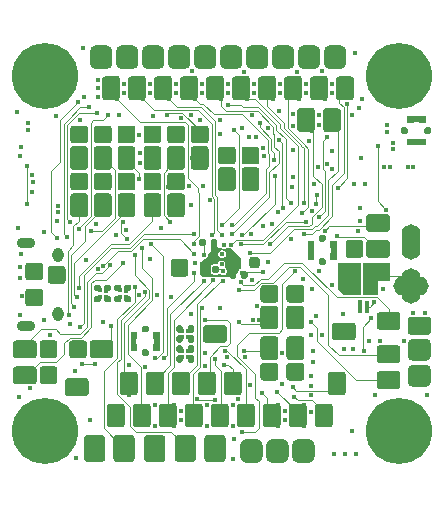
<source format=gbl>
%TF.GenerationSoftware,KiCad,Pcbnew,7.0.1*%
%TF.CreationDate,2023-04-22T23:07:11+02:00*%
%TF.ProjectId,ultimateFC,756c7469-6d61-4746-9546-432e6b696361,rev?*%
%TF.SameCoordinates,PX5f5e100PY5f5e100*%
%TF.FileFunction,Copper,L6,Bot*%
%TF.FilePolarity,Positive*%
%FSLAX46Y46*%
G04 Gerber Fmt 4.6, Leading zero omitted, Abs format (unit mm)*
G04 Created by KiCad (PCBNEW 7.0.1) date 2023-04-22 23:07:11*
%MOMM*%
%LPD*%
G01*
G04 APERTURE LIST*
%TA.AperFunction,ComponentPad*%
%ADD10O,1.550000X0.890000*%
%TD*%
%TA.AperFunction,ComponentPad*%
%ADD11O,0.950000X1.250000*%
%TD*%
%TA.AperFunction,ComponentPad*%
%ADD12C,1.000000*%
%TD*%
%TA.AperFunction,ComponentPad*%
%ADD13C,5.600000*%
%TD*%
%TA.AperFunction,ComponentPad*%
%ADD14O,1.600000X3.000000*%
%TD*%
%TA.AperFunction,ComponentPad*%
%ADD15O,3.000000X1.600000*%
%TD*%
%TA.AperFunction,SMDPad,CuDef*%
%ADD16R,0.400000X1.000000*%
%TD*%
%TA.AperFunction,ViaPad*%
%ADD17C,0.400000*%
%TD*%
%TA.AperFunction,Conductor*%
%ADD18C,0.125000*%
%TD*%
G04 APERTURE END LIST*
D10*
X-1600000Y-14100000D03*
D11*
X1100000Y-15100000D03*
X1100000Y-20100000D03*
D10*
X-1600000Y-21100000D03*
%TA.AperFunction,ComponentPad*%
G36*
G01*
X3300000Y-32380000D02*
X3300000Y-30620000D01*
G75*
G02*
X3570000Y-30350000I270000J0D01*
G01*
X4830000Y-30350000D01*
G75*
G02*
X5100000Y-30620000I0J-270000D01*
G01*
X5100000Y-32380000D01*
G75*
G02*
X4830000Y-32650000I-270000J0D01*
G01*
X3570000Y-32650000D01*
G75*
G02*
X3300000Y-32380000I0J270000D01*
G01*
G37*
%TD.AperFunction*%
%TA.AperFunction,ComponentPad*%
G36*
G01*
X21420000Y1105000D02*
X21420000Y2155000D01*
G75*
G02*
X21895000Y2630000I475000J0D01*
G01*
X22845000Y2630000D01*
G75*
G02*
X23320000Y2155000I0J-475000D01*
G01*
X23320000Y1105000D01*
G75*
G02*
X22845000Y630000I-475000J0D01*
G01*
X21895000Y630000D01*
G75*
G02*
X21420000Y1105000I0J475000D01*
G01*
G37*
%TD.AperFunction*%
D12*
X21970000Y1180000D03*
%TA.AperFunction,ComponentPad*%
G36*
G01*
X32225000Y-24090000D02*
X31175000Y-24090000D01*
G75*
G02*
X30700000Y-23615000I0J475000D01*
G01*
X30700000Y-22665000D01*
G75*
G02*
X31175000Y-22190000I475000J0D01*
G01*
X32225000Y-22190000D01*
G75*
G02*
X32700000Y-22665000I0J-475000D01*
G01*
X32700000Y-23615000D01*
G75*
G02*
X32225000Y-24090000I-475000J0D01*
G01*
G37*
%TD.AperFunction*%
X32150000Y-23540000D03*
%TA.AperFunction,ComponentPad*%
G36*
G01*
X3820000Y1105000D02*
X3820000Y2155000D01*
G75*
G02*
X4295000Y2630000I475000J0D01*
G01*
X5245000Y2630000D01*
G75*
G02*
X5720000Y2155000I0J-475000D01*
G01*
X5720000Y1105000D01*
G75*
G02*
X5245000Y630000I-475000J0D01*
G01*
X4295000Y630000D01*
G75*
G02*
X3820000Y1105000I0J475000D01*
G01*
G37*
%TD.AperFunction*%
X4370000Y1180000D03*
%TA.AperFunction,ComponentPad*%
G36*
G01*
X16530000Y-32235000D02*
X16530000Y-31185000D01*
G75*
G02*
X17005000Y-30710000I475000J0D01*
G01*
X17955000Y-30710000D01*
G75*
G02*
X18430000Y-31185000I0J-475000D01*
G01*
X18430000Y-32235000D01*
G75*
G02*
X17955000Y-32710000I-475000J0D01*
G01*
X17005000Y-32710000D01*
G75*
G02*
X16530000Y-32235000I0J475000D01*
G01*
G37*
%TD.AperFunction*%
X17080000Y-32160000D03*
%TA.AperFunction,ComponentPad*%
G36*
G01*
X16720000Y2155000D02*
X16720000Y1105000D01*
G75*
G02*
X16245000Y630000I-475000J0D01*
G01*
X15295000Y630000D01*
G75*
G02*
X14820000Y1105000I0J475000D01*
G01*
X14820000Y2155000D01*
G75*
G02*
X15295000Y2630000I475000J0D01*
G01*
X16245000Y2630000D01*
G75*
G02*
X16720000Y2155000I0J-475000D01*
G01*
G37*
%TD.AperFunction*%
X15370000Y2080000D03*
%TA.AperFunction,ComponentPad*%
G36*
G01*
X8400000Y-32380000D02*
X8400000Y-30620000D01*
G75*
G02*
X8670000Y-30350000I270000J0D01*
G01*
X9930000Y-30350000D01*
G75*
G02*
X10200000Y-30620000I0J-270000D01*
G01*
X10200000Y-32380000D01*
G75*
G02*
X9930000Y-32650000I-270000J0D01*
G01*
X8670000Y-32650000D01*
G75*
G02*
X8400000Y-32380000I0J270000D01*
G01*
G37*
%TD.AperFunction*%
%TA.AperFunction,ComponentPad*%
G36*
G01*
X8220000Y1105000D02*
X8220000Y2155000D01*
G75*
G02*
X8695000Y2630000I475000J0D01*
G01*
X9645000Y2630000D01*
G75*
G02*
X10120000Y2155000I0J-475000D01*
G01*
X10120000Y1105000D01*
G75*
G02*
X9645000Y630000I-475000J0D01*
G01*
X8695000Y630000D01*
G75*
G02*
X8220000Y1105000I0J475000D01*
G01*
G37*
%TD.AperFunction*%
X8770000Y1180000D03*
D13*
X0Y-30000000D03*
%TA.AperFunction,ComponentPad*%
G36*
G01*
X18730000Y-32235000D02*
X18730000Y-31185000D01*
G75*
G02*
X19205000Y-30710000I475000J0D01*
G01*
X20155000Y-30710000D01*
G75*
G02*
X20630000Y-31185000I0J-475000D01*
G01*
X20630000Y-32235000D01*
G75*
G02*
X20155000Y-32710000I-475000J0D01*
G01*
X19205000Y-32710000D01*
G75*
G02*
X18730000Y-32235000I0J475000D01*
G01*
G37*
%TD.AperFunction*%
D12*
X19280000Y-32160000D03*
D13*
X30000000Y-30000000D03*
D14*
X31000000Y-14000000D03*
%TA.AperFunction,ComponentPad*%
G36*
G01*
X20930000Y-32235000D02*
X20930000Y-31185000D01*
G75*
G02*
X21405000Y-30710000I475000J0D01*
G01*
X22355000Y-30710000D01*
G75*
G02*
X22830000Y-31185000I0J-475000D01*
G01*
X22830000Y-32235000D01*
G75*
G02*
X22355000Y-32710000I-475000J0D01*
G01*
X21405000Y-32710000D01*
G75*
G02*
X20930000Y-32235000I0J475000D01*
G01*
G37*
%TD.AperFunction*%
D12*
X21480000Y-32160000D03*
%TA.AperFunction,ComponentPad*%
G36*
G01*
X32225000Y-26290000D02*
X31175000Y-26290000D01*
G75*
G02*
X30700000Y-25815000I0J475000D01*
G01*
X30700000Y-24865000D01*
G75*
G02*
X31175000Y-24390000I475000J0D01*
G01*
X32225000Y-24390000D01*
G75*
G02*
X32700000Y-24865000I0J-475000D01*
G01*
X32700000Y-25815000D01*
G75*
G02*
X32225000Y-26290000I-475000J0D01*
G01*
G37*
%TD.AperFunction*%
X32150000Y-25740000D03*
%TA.AperFunction,ComponentPad*%
G36*
G01*
X17020000Y1105000D02*
X17020000Y2155000D01*
G75*
G02*
X17495000Y2630000I475000J0D01*
G01*
X18445000Y2630000D01*
G75*
G02*
X18920000Y2155000I0J-475000D01*
G01*
X18920000Y1105000D01*
G75*
G02*
X18445000Y630000I-475000J0D01*
G01*
X17495000Y630000D01*
G75*
G02*
X17020000Y1105000I0J475000D01*
G01*
G37*
%TD.AperFunction*%
X17570000Y1180000D03*
%TA.AperFunction,ComponentPad*%
G36*
G01*
X6020000Y1105000D02*
X6020000Y2155000D01*
G75*
G02*
X6495000Y2630000I475000J0D01*
G01*
X7445000Y2630000D01*
G75*
G02*
X7920000Y2155000I0J-475000D01*
G01*
X7920000Y1105000D01*
G75*
G02*
X7445000Y630000I-475000J0D01*
G01*
X6495000Y630000D01*
G75*
G02*
X6020000Y1105000I0J475000D01*
G01*
G37*
%TD.AperFunction*%
X6570000Y1180000D03*
%TA.AperFunction,ComponentPad*%
G36*
G01*
X12620000Y1105000D02*
X12620000Y2155000D01*
G75*
G02*
X13095000Y2630000I475000J0D01*
G01*
X14045000Y2630000D01*
G75*
G02*
X14520000Y2155000I0J-475000D01*
G01*
X14520000Y1105000D01*
G75*
G02*
X14045000Y630000I-475000J0D01*
G01*
X13095000Y630000D01*
G75*
G02*
X12620000Y1105000I0J475000D01*
G01*
G37*
%TD.AperFunction*%
X13170000Y1180000D03*
%TA.AperFunction,ComponentPad*%
G36*
G01*
X13500000Y-32380000D02*
X13500000Y-30620000D01*
G75*
G02*
X13770000Y-30350000I270000J0D01*
G01*
X15030000Y-30350000D01*
G75*
G02*
X15300000Y-30620000I0J-270000D01*
G01*
X15300000Y-32380000D01*
G75*
G02*
X15030000Y-32650000I-270000J0D01*
G01*
X13770000Y-32650000D01*
G75*
G02*
X13500000Y-32380000I0J270000D01*
G01*
G37*
%TD.AperFunction*%
D13*
X0Y0D03*
X30000000Y0D03*
%TA.AperFunction,ComponentPad*%
G36*
G01*
X11000000Y-32380000D02*
X11000000Y-30620000D01*
G75*
G02*
X11270000Y-30350000I270000J0D01*
G01*
X12530000Y-30350000D01*
G75*
G02*
X12800000Y-30620000I0J-270000D01*
G01*
X12800000Y-32380000D01*
G75*
G02*
X12530000Y-32650000I-270000J0D01*
G01*
X11270000Y-32650000D01*
G75*
G02*
X11000000Y-32380000I0J270000D01*
G01*
G37*
%TD.AperFunction*%
%TA.AperFunction,ComponentPad*%
G36*
G01*
X19220000Y1105000D02*
X19220000Y2155000D01*
G75*
G02*
X19695000Y2630000I475000J0D01*
G01*
X20645000Y2630000D01*
G75*
G02*
X21120000Y2155000I0J-475000D01*
G01*
X21120000Y1105000D01*
G75*
G02*
X20645000Y630000I-475000J0D01*
G01*
X19695000Y630000D01*
G75*
G02*
X19220000Y1105000I0J475000D01*
G01*
G37*
%TD.AperFunction*%
D12*
X19770000Y1180000D03*
%TA.AperFunction,ComponentPad*%
G36*
G01*
X5800000Y-32380000D02*
X5800000Y-30620000D01*
G75*
G02*
X6070000Y-30350000I270000J0D01*
G01*
X7330000Y-30350000D01*
G75*
G02*
X7600000Y-30620000I0J-270000D01*
G01*
X7600000Y-32380000D01*
G75*
G02*
X7330000Y-32650000I-270000J0D01*
G01*
X6070000Y-32650000D01*
G75*
G02*
X5800000Y-32380000I0J270000D01*
G01*
G37*
%TD.AperFunction*%
%TA.AperFunction,ComponentPad*%
G36*
G01*
X23620000Y1105000D02*
X23620000Y2155000D01*
G75*
G02*
X24095000Y2630000I475000J0D01*
G01*
X25045000Y2630000D01*
G75*
G02*
X25520000Y2155000I0J-475000D01*
G01*
X25520000Y1105000D01*
G75*
G02*
X25045000Y630000I-475000J0D01*
G01*
X24095000Y630000D01*
G75*
G02*
X23620000Y1105000I0J475000D01*
G01*
G37*
%TD.AperFunction*%
X24170000Y1180000D03*
D15*
X31000000Y-17750000D03*
D14*
X31000000Y-17750000D03*
%TA.AperFunction,ComponentPad*%
G36*
G01*
X10420000Y1105000D02*
X10420000Y2155000D01*
G75*
G02*
X10895000Y2630000I475000J0D01*
G01*
X11845000Y2630000D01*
G75*
G02*
X12320000Y2155000I0J-475000D01*
G01*
X12320000Y1105000D01*
G75*
G02*
X11845000Y630000I-475000J0D01*
G01*
X10895000Y630000D01*
G75*
G02*
X10420000Y1105000I0J475000D01*
G01*
G37*
%TD.AperFunction*%
D12*
X10970000Y1180000D03*
%TA.AperFunction,SMDPad,CuDef*%
G36*
G01*
X22850000Y-2925000D02*
X22850000Y-4475000D01*
G75*
G02*
X22625000Y-4700000I-225000J0D01*
G01*
X21575000Y-4700000D01*
G75*
G02*
X21350000Y-4475000I0J225000D01*
G01*
X21350000Y-2925000D01*
G75*
G02*
X21575000Y-2700000I225000J0D01*
G01*
X22625000Y-2700000D01*
G75*
G02*
X22850000Y-2925000I0J-225000D01*
G01*
G37*
%TD.AperFunction*%
%TA.AperFunction,SMDPad,CuDef*%
G36*
G01*
X16650000Y-25225000D02*
X16650000Y-26775000D01*
G75*
G02*
X16425000Y-27000000I-225000J0D01*
G01*
X15375000Y-27000000D01*
G75*
G02*
X15150000Y-26775000I0J225000D01*
G01*
X15150000Y-25225000D01*
G75*
G02*
X15375000Y-25000000I225000J0D01*
G01*
X16425000Y-25000000D01*
G75*
G02*
X16650000Y-25225000I0J-225000D01*
G01*
G37*
%TD.AperFunction*%
%TA.AperFunction,SMDPad,CuDef*%
G36*
G01*
X21950000Y-22225000D02*
X21950000Y-23775000D01*
G75*
G02*
X21725000Y-24000000I-225000J0D01*
G01*
X20675000Y-24000000D01*
G75*
G02*
X20450000Y-23775000I0J225000D01*
G01*
X20450000Y-22225000D01*
G75*
G02*
X20675000Y-22000000I225000J0D01*
G01*
X21725000Y-22000000D01*
G75*
G02*
X21950000Y-22225000I0J-225000D01*
G01*
G37*
%TD.AperFunction*%
%TA.AperFunction,SMDPad,CuDef*%
G36*
G01*
X26725000Y-15350000D02*
X25675000Y-15350000D01*
G75*
G02*
X25450000Y-15125000I0J225000D01*
G01*
X25450000Y-14075000D01*
G75*
G02*
X25675000Y-13850000I225000J0D01*
G01*
X26725000Y-13850000D01*
G75*
G02*
X26950000Y-14075000I0J-225000D01*
G01*
X26950000Y-15125000D01*
G75*
G02*
X26725000Y-15350000I-225000J0D01*
G01*
G37*
%TD.AperFunction*%
%TA.AperFunction,SMDPad,CuDef*%
G36*
G01*
X12635000Y-22905000D02*
X12635000Y-23245000D01*
G75*
G02*
X12495000Y-23385000I-140000J0D01*
G01*
X12215000Y-23385000D01*
G75*
G02*
X12075000Y-23245000I0J140000D01*
G01*
X12075000Y-22905000D01*
G75*
G02*
X12215000Y-22765000I140000J0D01*
G01*
X12495000Y-22765000D01*
G75*
G02*
X12635000Y-22905000I0J-140000D01*
G01*
G37*
%TD.AperFunction*%
%TA.AperFunction,SMDPad,CuDef*%
G36*
G01*
X11675000Y-22905000D02*
X11675000Y-23245000D01*
G75*
G02*
X11535000Y-23385000I-140000J0D01*
G01*
X11255000Y-23385000D01*
G75*
G02*
X11115000Y-23245000I0J140000D01*
G01*
X11115000Y-22905000D01*
G75*
G02*
X11255000Y-22765000I140000J0D01*
G01*
X11535000Y-22765000D01*
G75*
G02*
X11675000Y-22905000I0J-140000D01*
G01*
G37*
%TD.AperFunction*%
%TA.AperFunction,SMDPad,CuDef*%
G36*
G01*
X15650000Y-16990000D02*
X15650000Y-16650000D01*
G75*
G02*
X15790000Y-16510000I140000J0D01*
G01*
X16070000Y-16510000D01*
G75*
G02*
X16210000Y-16650000I0J-140000D01*
G01*
X16210000Y-16990000D01*
G75*
G02*
X16070000Y-17130000I-140000J0D01*
G01*
X15790000Y-17130000D01*
G75*
G02*
X15650000Y-16990000I0J140000D01*
G01*
G37*
%TD.AperFunction*%
%TA.AperFunction,SMDPad,CuDef*%
G36*
G01*
X16610000Y-16990000D02*
X16610000Y-16650000D01*
G75*
G02*
X16750000Y-16510000I140000J0D01*
G01*
X17030000Y-16510000D01*
G75*
G02*
X17170000Y-16650000I0J-140000D01*
G01*
X17170000Y-16990000D01*
G75*
G02*
X17030000Y-17130000I-140000J0D01*
G01*
X16750000Y-17130000D01*
G75*
G02*
X16610000Y-16990000I0J140000D01*
G01*
G37*
%TD.AperFunction*%
%TA.AperFunction,SMDPad,CuDef*%
G36*
G01*
X14450000Y-25225000D02*
X14450000Y-26775000D01*
G75*
G02*
X14225000Y-27000000I-225000J0D01*
G01*
X13175000Y-27000000D01*
G75*
G02*
X12950000Y-26775000I0J225000D01*
G01*
X12950000Y-25225000D01*
G75*
G02*
X13175000Y-25000000I225000J0D01*
G01*
X14225000Y-25000000D01*
G75*
G02*
X14450000Y-25225000I0J-225000D01*
G01*
G37*
%TD.AperFunction*%
%TA.AperFunction,SMDPad,CuDef*%
G36*
G01*
X19550000Y-225000D02*
X19550000Y-1775000D01*
G75*
G02*
X19325000Y-2000000I-225000J0D01*
G01*
X18275000Y-2000000D01*
G75*
G02*
X18050000Y-1775000I0J225000D01*
G01*
X18050000Y-225000D01*
G75*
G02*
X18275000Y0I225000J0D01*
G01*
X19325000Y0D01*
G75*
G02*
X19550000Y-225000I0J-225000D01*
G01*
G37*
%TD.AperFunction*%
%TA.AperFunction,SMDPad,CuDef*%
G36*
G01*
X14650000Y-7225000D02*
X14650000Y-6175000D01*
G75*
G02*
X14875000Y-5950000I225000J0D01*
G01*
X15925000Y-5950000D01*
G75*
G02*
X16150000Y-6175000I0J-225000D01*
G01*
X16150000Y-7225000D01*
G75*
G02*
X15925000Y-7450000I-225000J0D01*
G01*
X14875000Y-7450000D01*
G75*
G02*
X14650000Y-7225000I0J225000D01*
G01*
G37*
%TD.AperFunction*%
%TA.AperFunction,SMDPad,CuDef*%
G36*
G01*
X-150000Y-15975000D02*
X-150000Y-17025000D01*
G75*
G02*
X-375000Y-17250000I-225000J0D01*
G01*
X-1425000Y-17250000D01*
G75*
G02*
X-1650000Y-17025000I0J225000D01*
G01*
X-1650000Y-15975000D01*
G75*
G02*
X-1425000Y-15750000I225000J0D01*
G01*
X-375000Y-15750000D01*
G75*
G02*
X-150000Y-15975000I0J-225000D01*
G01*
G37*
%TD.AperFunction*%
%TA.AperFunction,SMDPad,CuDef*%
G36*
G01*
X12635000Y-21205000D02*
X12635000Y-21545000D01*
G75*
G02*
X12495000Y-21685000I-140000J0D01*
G01*
X12215000Y-21685000D01*
G75*
G02*
X12075000Y-21545000I0J140000D01*
G01*
X12075000Y-21205000D01*
G75*
G02*
X12215000Y-21065000I140000J0D01*
G01*
X12495000Y-21065000D01*
G75*
G02*
X12635000Y-21205000I0J-140000D01*
G01*
G37*
%TD.AperFunction*%
%TA.AperFunction,SMDPad,CuDef*%
G36*
G01*
X11675000Y-21205000D02*
X11675000Y-21545000D01*
G75*
G02*
X11535000Y-21685000I-140000J0D01*
G01*
X11255000Y-21685000D01*
G75*
G02*
X11115000Y-21545000I0J140000D01*
G01*
X11115000Y-21205000D01*
G75*
G02*
X11255000Y-21065000I140000J0D01*
G01*
X11535000Y-21065000D01*
G75*
G02*
X11675000Y-21205000I0J-140000D01*
G01*
G37*
%TD.AperFunction*%
%TA.AperFunction,SMDPad,CuDef*%
G36*
G01*
X5650000Y-10125000D02*
X5650000Y-11675000D01*
G75*
G02*
X5425000Y-11900000I-225000J0D01*
G01*
X4375000Y-11900000D01*
G75*
G02*
X4150000Y-11675000I0J225000D01*
G01*
X4150000Y-10125000D01*
G75*
G02*
X4375000Y-9900000I225000J0D01*
G01*
X5425000Y-9900000D01*
G75*
G02*
X5650000Y-10125000I0J-225000D01*
G01*
G37*
%TD.AperFunction*%
%TA.AperFunction,SMDPad,CuDef*%
G36*
G01*
X27425000Y-11650000D02*
X28975000Y-11650000D01*
G75*
G02*
X29200000Y-11875000I0J-225000D01*
G01*
X29200000Y-12925000D01*
G75*
G02*
X28975000Y-13150000I-225000J0D01*
G01*
X27425000Y-13150000D01*
G75*
G02*
X27200000Y-12925000I0J225000D01*
G01*
X27200000Y-11875000D01*
G75*
G02*
X27425000Y-11650000I225000J0D01*
G01*
G37*
%TD.AperFunction*%
%TA.AperFunction,SMDPad,CuDef*%
G36*
G01*
X5650000Y-4375000D02*
X5650000Y-5425000D01*
G75*
G02*
X5425000Y-5650000I-225000J0D01*
G01*
X4375000Y-5650000D01*
G75*
G02*
X4150000Y-5425000I0J225000D01*
G01*
X4150000Y-4375000D01*
G75*
G02*
X4375000Y-4150000I225000J0D01*
G01*
X5425000Y-4150000D01*
G75*
G02*
X5650000Y-4375000I0J-225000D01*
G01*
G37*
%TD.AperFunction*%
%TA.AperFunction,SMDPad,CuDef*%
G36*
G01*
X1050000Y-22575000D02*
X1050000Y-23625000D01*
G75*
G02*
X825000Y-23850000I-225000J0D01*
G01*
X-225000Y-23850000D01*
G75*
G02*
X-450000Y-23625000I0J225000D01*
G01*
X-450000Y-22575000D01*
G75*
G02*
X-225000Y-22350000I225000J0D01*
G01*
X825000Y-22350000D01*
G75*
G02*
X1050000Y-22575000I0J-225000D01*
G01*
G37*
%TD.AperFunction*%
D16*
X26700000Y-19500000D03*
X27300000Y-19500000D03*
%TA.AperFunction,SMDPad,CuDef*%
G36*
G01*
X5980000Y-17615000D02*
X6320000Y-17615000D01*
G75*
G02*
X6460000Y-17755000I0J-140000D01*
G01*
X6460000Y-18035000D01*
G75*
G02*
X6320000Y-18175000I-140000J0D01*
G01*
X5980000Y-18175000D01*
G75*
G02*
X5840000Y-18035000I0J140000D01*
G01*
X5840000Y-17755000D01*
G75*
G02*
X5980000Y-17615000I140000J0D01*
G01*
G37*
%TD.AperFunction*%
%TA.AperFunction,SMDPad,CuDef*%
G36*
G01*
X5980000Y-18575000D02*
X6320000Y-18575000D01*
G75*
G02*
X6460000Y-18715000I0J-140000D01*
G01*
X6460000Y-18995000D01*
G75*
G02*
X6320000Y-19135000I-140000J0D01*
G01*
X5980000Y-19135000D01*
G75*
G02*
X5840000Y-18995000I0J140000D01*
G01*
X5840000Y-18715000D01*
G75*
G02*
X5980000Y-18575000I140000J0D01*
G01*
G37*
%TD.AperFunction*%
%TA.AperFunction,SMDPad,CuDef*%
G36*
G01*
X28325000Y-19950000D02*
X29875000Y-19950000D01*
G75*
G02*
X30100000Y-20175000I0J-225000D01*
G01*
X30100000Y-21225000D01*
G75*
G02*
X29875000Y-21450000I-225000J0D01*
G01*
X28325000Y-21450000D01*
G75*
G02*
X28100000Y-21225000I0J225000D01*
G01*
X28100000Y-20175000D01*
G75*
G02*
X28325000Y-19950000I225000J0D01*
G01*
G37*
%TD.AperFunction*%
%TA.AperFunction,SMDPad,CuDef*%
G36*
G01*
X22150000Y-27925000D02*
X22150000Y-29475000D01*
G75*
G02*
X21925000Y-29700000I-225000J0D01*
G01*
X20875000Y-29700000D01*
G75*
G02*
X20650000Y-29475000I0J225000D01*
G01*
X20650000Y-27925000D01*
G75*
G02*
X20875000Y-27700000I225000J0D01*
G01*
X21925000Y-27700000D01*
G75*
G02*
X22150000Y-27925000I0J-225000D01*
G01*
G37*
%TD.AperFunction*%
%TA.AperFunction,SMDPad,CuDef*%
G36*
G01*
X5250000Y-29475000D02*
X5250000Y-27925000D01*
G75*
G02*
X5475000Y-27700000I225000J0D01*
G01*
X6525000Y-27700000D01*
G75*
G02*
X6750000Y-27925000I0J-225000D01*
G01*
X6750000Y-29475000D01*
G75*
G02*
X6525000Y-29700000I-225000J0D01*
G01*
X5475000Y-29700000D01*
G75*
G02*
X5250000Y-29475000I0J225000D01*
G01*
G37*
%TD.AperFunction*%
%TA.AperFunction,SMDPad,CuDef*%
G36*
G01*
X23950000Y-225000D02*
X23950000Y-1775000D01*
G75*
G02*
X23725000Y-2000000I-225000J0D01*
G01*
X22675000Y-2000000D01*
G75*
G02*
X22450000Y-1775000I0J225000D01*
G01*
X22450000Y-225000D01*
G75*
G02*
X22675000Y0I225000J0D01*
G01*
X23725000Y0D01*
G75*
G02*
X23950000Y-225000I0J-225000D01*
G01*
G37*
%TD.AperFunction*%
%TA.AperFunction,SMDPad,CuDef*%
G36*
G01*
X12635000Y-22055000D02*
X12635000Y-22395000D01*
G75*
G02*
X12495000Y-22535000I-140000J0D01*
G01*
X12215000Y-22535000D01*
G75*
G02*
X12075000Y-22395000I0J140000D01*
G01*
X12075000Y-22055000D01*
G75*
G02*
X12215000Y-21915000I140000J0D01*
G01*
X12495000Y-21915000D01*
G75*
G02*
X12635000Y-22055000I0J-140000D01*
G01*
G37*
%TD.AperFunction*%
%TA.AperFunction,SMDPad,CuDef*%
G36*
G01*
X11675000Y-22055000D02*
X11675000Y-22395000D01*
G75*
G02*
X11535000Y-22535000I-140000J0D01*
G01*
X11255000Y-22535000D01*
G75*
G02*
X11115000Y-22395000I0J140000D01*
G01*
X11115000Y-22055000D01*
G75*
G02*
X11255000Y-21915000I140000J0D01*
G01*
X11535000Y-21915000D01*
G75*
G02*
X11675000Y-22055000I0J-140000D01*
G01*
G37*
%TD.AperFunction*%
%TA.AperFunction,SMDPad,CuDef*%
G36*
G01*
X7650000Y-10125000D02*
X7650000Y-11675000D01*
G75*
G02*
X7425000Y-11900000I-225000J0D01*
G01*
X6375000Y-11900000D01*
G75*
G02*
X6150000Y-11675000I0J225000D01*
G01*
X6150000Y-10125000D01*
G75*
G02*
X6375000Y-9900000I225000J0D01*
G01*
X7425000Y-9900000D01*
G75*
G02*
X7650000Y-10125000I0J-225000D01*
G01*
G37*
%TD.AperFunction*%
%TA.AperFunction,SMDPad,CuDef*%
G36*
G01*
X29875000Y-26450000D02*
X28325000Y-26450000D01*
G75*
G02*
X28100000Y-26225000I0J225000D01*
G01*
X28100000Y-25175000D01*
G75*
G02*
X28325000Y-24950000I225000J0D01*
G01*
X29875000Y-24950000D01*
G75*
G02*
X30100000Y-25175000I0J-225000D01*
G01*
X30100000Y-26225000D01*
G75*
G02*
X29875000Y-26450000I-225000J0D01*
G01*
G37*
%TD.AperFunction*%
%TA.AperFunction,SMDPad,CuDef*%
G36*
G01*
X32267500Y-4280000D02*
X32542500Y-4280000D01*
G75*
G02*
X32680000Y-4417500I0J-137500D01*
G01*
X32680000Y-4742500D01*
G75*
G02*
X32542500Y-4880000I-137500J0D01*
G01*
X32267500Y-4880000D01*
G75*
G02*
X32130000Y-4742500I0J137500D01*
G01*
X32130000Y-4417500D01*
G75*
G02*
X32267500Y-4280000I137500J0D01*
G01*
G37*
%TD.AperFunction*%
%TA.AperFunction,SMDPad,CuDef*%
G36*
X31705000Y-3905000D02*
G01*
X31630000Y-3830000D01*
X31230000Y-3830000D01*
X31155000Y-3905000D01*
X30630000Y-3905000D01*
X30630000Y-3330000D01*
X32230000Y-3330000D01*
X32230000Y-3905000D01*
X31705000Y-3905000D01*
G37*
%TD.AperFunction*%
%TA.AperFunction,SMDPad,CuDef*%
G36*
G01*
X30292500Y-4280000D02*
X30567500Y-4280000D01*
G75*
G02*
X30705000Y-4417500I0J-137500D01*
G01*
X30705000Y-4742500D01*
G75*
G02*
X30567500Y-4880000I-137500J0D01*
G01*
X30292500Y-4880000D01*
G75*
G02*
X30155000Y-4742500I0J137500D01*
G01*
X30155000Y-4417500D01*
G75*
G02*
X30292500Y-4280000I137500J0D01*
G01*
G37*
%TD.AperFunction*%
%TA.AperFunction,SMDPad,CuDef*%
G36*
X30630000Y-5830000D02*
G01*
X30630000Y-5255000D01*
X31155000Y-5255000D01*
X31230000Y-5330000D01*
X31630000Y-5330000D01*
X31705000Y-5255000D01*
X32230000Y-5255000D01*
X32230000Y-5830000D01*
X30630000Y-5830000D01*
G37*
%TD.AperFunction*%
%TA.AperFunction,SMDPad,CuDef*%
G36*
G01*
X17750000Y-27925000D02*
X17750000Y-29475000D01*
G75*
G02*
X17525000Y-29700000I-225000J0D01*
G01*
X16475000Y-29700000D01*
G75*
G02*
X16250000Y-29475000I0J225000D01*
G01*
X16250000Y-27925000D01*
G75*
G02*
X16475000Y-27700000I225000J0D01*
G01*
X17525000Y-27700000D01*
G75*
G02*
X17750000Y-27925000I0J-225000D01*
G01*
G37*
%TD.AperFunction*%
%TA.AperFunction,SMDPad,CuDef*%
G36*
G01*
X13850000Y-6125000D02*
X13850000Y-7675000D01*
G75*
G02*
X13625000Y-7900000I-225000J0D01*
G01*
X12575000Y-7900000D01*
G75*
G02*
X12350000Y-7675000I0J225000D01*
G01*
X12350000Y-6125000D01*
G75*
G02*
X12575000Y-5900000I225000J0D01*
G01*
X13625000Y-5900000D01*
G75*
G02*
X13850000Y-6125000I0J-225000D01*
G01*
G37*
%TD.AperFunction*%
%TA.AperFunction,SMDPad,CuDef*%
G36*
G01*
X9850000Y-6125000D02*
X9850000Y-7675000D01*
G75*
G02*
X9625000Y-7900000I-225000J0D01*
G01*
X8575000Y-7900000D01*
G75*
G02*
X8350000Y-7675000I0J225000D01*
G01*
X8350000Y-6125000D01*
G75*
G02*
X8575000Y-5900000I225000J0D01*
G01*
X9625000Y-5900000D01*
G75*
G02*
X9850000Y-6125000I0J-225000D01*
G01*
G37*
%TD.AperFunction*%
%TA.AperFunction,SMDPad,CuDef*%
G36*
G01*
X7170000Y-19135000D02*
X6830000Y-19135000D01*
G75*
G02*
X6690000Y-18995000I0J140000D01*
G01*
X6690000Y-18715000D01*
G75*
G02*
X6830000Y-18575000I140000J0D01*
G01*
X7170000Y-18575000D01*
G75*
G02*
X7310000Y-18715000I0J-140000D01*
G01*
X7310000Y-18995000D01*
G75*
G02*
X7170000Y-19135000I-140000J0D01*
G01*
G37*
%TD.AperFunction*%
%TA.AperFunction,SMDPad,CuDef*%
G36*
G01*
X7170000Y-18175000D02*
X6830000Y-18175000D01*
G75*
G02*
X6690000Y-18035000I0J140000D01*
G01*
X6690000Y-17755000D01*
G75*
G02*
X6830000Y-17615000I140000J0D01*
G01*
X7170000Y-17615000D01*
G75*
G02*
X7310000Y-17755000I0J-140000D01*
G01*
X7310000Y-18035000D01*
G75*
G02*
X7170000Y-18175000I-140000J0D01*
G01*
G37*
%TD.AperFunction*%
%TA.AperFunction,SMDPad,CuDef*%
G36*
G01*
X19750000Y-22225000D02*
X19750000Y-23775000D01*
G75*
G02*
X19525000Y-24000000I-225000J0D01*
G01*
X18475000Y-24000000D01*
G75*
G02*
X18250000Y-23775000I0J225000D01*
G01*
X18250000Y-22225000D01*
G75*
G02*
X18475000Y-22000000I225000J0D01*
G01*
X19525000Y-22000000D01*
G75*
G02*
X19750000Y-22225000I0J-225000D01*
G01*
G37*
%TD.AperFunction*%
%TA.AperFunction,SMDPad,CuDef*%
G36*
G01*
X3650000Y-8375000D02*
X3650000Y-9425000D01*
G75*
G02*
X3425000Y-9650000I-225000J0D01*
G01*
X2375000Y-9650000D01*
G75*
G02*
X2150000Y-9425000I0J225000D01*
G01*
X2150000Y-8375000D01*
G75*
G02*
X2375000Y-8150000I225000J0D01*
G01*
X3425000Y-8150000D01*
G75*
G02*
X3650000Y-8375000I0J-225000D01*
G01*
G37*
%TD.AperFunction*%
%TA.AperFunction,SMDPad,CuDef*%
G36*
G01*
X7650000Y-6125000D02*
X7650000Y-7675000D01*
G75*
G02*
X7425000Y-7900000I-225000J0D01*
G01*
X6375000Y-7900000D01*
G75*
G02*
X6150000Y-7675000I0J225000D01*
G01*
X6150000Y-6125000D01*
G75*
G02*
X6375000Y-5900000I225000J0D01*
G01*
X7425000Y-5900000D01*
G75*
G02*
X7650000Y-6125000I0J-225000D01*
G01*
G37*
%TD.AperFunction*%
%TA.AperFunction,SMDPad,CuDef*%
G36*
G01*
X-150000Y-18175000D02*
X-150000Y-19225000D01*
G75*
G02*
X-375000Y-19450000I-225000J0D01*
G01*
X-1425000Y-19450000D01*
G75*
G02*
X-1650000Y-19225000I0J225000D01*
G01*
X-1650000Y-18175000D01*
G75*
G02*
X-1425000Y-17950000I225000J0D01*
G01*
X-375000Y-17950000D01*
G75*
G02*
X-150000Y-18175000I0J-225000D01*
G01*
G37*
%TD.AperFunction*%
%TA.AperFunction,SMDPad,CuDef*%
G36*
G01*
X11850000Y-4375000D02*
X11850000Y-5425000D01*
G75*
G02*
X11625000Y-5650000I-225000J0D01*
G01*
X10575000Y-5650000D01*
G75*
G02*
X10350000Y-5425000I0J225000D01*
G01*
X10350000Y-4375000D01*
G75*
G02*
X10575000Y-4150000I225000J0D01*
G01*
X11625000Y-4150000D01*
G75*
G02*
X11850000Y-4375000I0J-225000D01*
G01*
G37*
%TD.AperFunction*%
%TA.AperFunction,SMDPad,CuDef*%
G36*
G01*
X24525000Y-20850000D02*
X26075000Y-20850000D01*
G75*
G02*
X26300000Y-21075000I0J-225000D01*
G01*
X26300000Y-22125000D01*
G75*
G02*
X26075000Y-22350000I-225000J0D01*
G01*
X24525000Y-22350000D01*
G75*
G02*
X24300000Y-22125000I0J225000D01*
G01*
X24300000Y-21075000D01*
G75*
G02*
X24525000Y-20850000I225000J0D01*
G01*
G37*
%TD.AperFunction*%
%TA.AperFunction,SMDPad,CuDef*%
G36*
G01*
X1925000Y-25550000D02*
X3475000Y-25550000D01*
G75*
G02*
X3700000Y-25775000I0J-225000D01*
G01*
X3700000Y-26825000D01*
G75*
G02*
X3475000Y-27050000I-225000J0D01*
G01*
X1925000Y-27050000D01*
G75*
G02*
X1700000Y-26825000I0J225000D01*
G01*
X1700000Y-25775000D01*
G75*
G02*
X1925000Y-25550000I225000J0D01*
G01*
G37*
%TD.AperFunction*%
%TA.AperFunction,SMDPad,CuDef*%
G36*
G01*
X13625000Y-21050000D02*
X15175000Y-21050000D01*
G75*
G02*
X15400000Y-21275000I0J-225000D01*
G01*
X15400000Y-22325000D01*
G75*
G02*
X15175000Y-22550000I-225000J0D01*
G01*
X13625000Y-22550000D01*
G75*
G02*
X13400000Y-22325000I0J225000D01*
G01*
X13400000Y-21275000D01*
G75*
G02*
X13625000Y-21050000I225000J0D01*
G01*
G37*
%TD.AperFunction*%
%TA.AperFunction,SMDPad,CuDef*%
G36*
G01*
X8950000Y-27925000D02*
X8950000Y-29475000D01*
G75*
G02*
X8725000Y-29700000I-225000J0D01*
G01*
X7675000Y-29700000D01*
G75*
G02*
X7450000Y-29475000I0J225000D01*
G01*
X7450000Y-27925000D01*
G75*
G02*
X7675000Y-27700000I225000J0D01*
G01*
X8725000Y-27700000D01*
G75*
G02*
X8950000Y-27925000I0J-225000D01*
G01*
G37*
%TD.AperFunction*%
%TA.AperFunction,SMDPad,CuDef*%
G36*
G01*
X21950000Y-17875000D02*
X21950000Y-18925000D01*
G75*
G02*
X21725000Y-19150000I-225000J0D01*
G01*
X20675000Y-19150000D01*
G75*
G02*
X20450000Y-18925000I0J225000D01*
G01*
X20450000Y-17875000D01*
G75*
G02*
X20675000Y-17650000I225000J0D01*
G01*
X21725000Y-17650000D01*
G75*
G02*
X21950000Y-17875000I0J-225000D01*
G01*
G37*
%TD.AperFunction*%
%TA.AperFunction,SMDPad,CuDef*%
G36*
G01*
X12250000Y-25225000D02*
X12250000Y-26775000D01*
G75*
G02*
X12025000Y-27000000I-225000J0D01*
G01*
X10975000Y-27000000D01*
G75*
G02*
X10750000Y-26775000I0J225000D01*
G01*
X10750000Y-25225000D01*
G75*
G02*
X10975000Y-25000000I225000J0D01*
G01*
X12025000Y-25000000D01*
G75*
G02*
X12250000Y-25225000I0J-225000D01*
G01*
G37*
%TD.AperFunction*%
%TA.AperFunction,SMDPad,CuDef*%
G36*
G01*
X16650000Y-7225000D02*
X16650000Y-6175000D01*
G75*
G02*
X16875000Y-5950000I225000J0D01*
G01*
X17925000Y-5950000D01*
G75*
G02*
X18150000Y-6175000I0J-225000D01*
G01*
X18150000Y-7225000D01*
G75*
G02*
X17925000Y-7450000I-225000J0D01*
G01*
X16875000Y-7450000D01*
G75*
G02*
X16650000Y-7225000I0J225000D01*
G01*
G37*
%TD.AperFunction*%
%TA.AperFunction,SMDPad,CuDef*%
G36*
G01*
X1750000Y-16275000D02*
X1750000Y-17325000D01*
G75*
G02*
X1525000Y-17550000I-225000J0D01*
G01*
X475000Y-17550000D01*
G75*
G02*
X250000Y-17325000I0J225000D01*
G01*
X250000Y-16275000D01*
G75*
G02*
X475000Y-16050000I225000J0D01*
G01*
X1525000Y-16050000D01*
G75*
G02*
X1750000Y-16275000I0J-225000D01*
G01*
G37*
%TD.AperFunction*%
%TA.AperFunction,SMDPad,CuDef*%
G36*
G01*
X19950000Y-27925000D02*
X19950000Y-29475000D01*
G75*
G02*
X19725000Y-29700000I-225000J0D01*
G01*
X18675000Y-29700000D01*
G75*
G02*
X18450000Y-29475000I0J225000D01*
G01*
X18450000Y-27925000D01*
G75*
G02*
X18675000Y-27700000I225000J0D01*
G01*
X19725000Y-27700000D01*
G75*
G02*
X19950000Y-27925000I0J-225000D01*
G01*
G37*
%TD.AperFunction*%
%TA.AperFunction,SMDPad,CuDef*%
G36*
G01*
X32475000Y-21850000D02*
X30925000Y-21850000D01*
G75*
G02*
X30700000Y-21625000I0J225000D01*
G01*
X30700000Y-20575000D01*
G75*
G02*
X30925000Y-20350000I225000J0D01*
G01*
X32475000Y-20350000D01*
G75*
G02*
X32700000Y-20575000I0J-225000D01*
G01*
X32700000Y-21625000D01*
G75*
G02*
X32475000Y-21850000I-225000J0D01*
G01*
G37*
%TD.AperFunction*%
%TA.AperFunction,SMDPad,CuDef*%
G36*
G01*
X12150000Y-15675000D02*
X12150000Y-16725000D01*
G75*
G02*
X11925000Y-16950000I-225000J0D01*
G01*
X10875000Y-16950000D01*
G75*
G02*
X10650000Y-16725000I0J225000D01*
G01*
X10650000Y-15675000D01*
G75*
G02*
X10875000Y-15450000I225000J0D01*
G01*
X11925000Y-15450000D01*
G75*
G02*
X12150000Y-15675000I0J-225000D01*
G01*
G37*
%TD.AperFunction*%
%TA.AperFunction,SMDPad,CuDef*%
G36*
G01*
X13350000Y-27925000D02*
X13350000Y-29475000D01*
G75*
G02*
X13125000Y-29700000I-225000J0D01*
G01*
X12075000Y-29700000D01*
G75*
G02*
X11850000Y-29475000I0J225000D01*
G01*
X11850000Y-27925000D01*
G75*
G02*
X12075000Y-27700000I225000J0D01*
G01*
X13125000Y-27700000D01*
G75*
G02*
X13350000Y-27925000I0J-225000D01*
G01*
G37*
%TD.AperFunction*%
%TA.AperFunction,SMDPad,CuDef*%
G36*
G01*
X11850000Y-8375000D02*
X11850000Y-9425000D01*
G75*
G02*
X11625000Y-9650000I-225000J0D01*
G01*
X10575000Y-9650000D01*
G75*
G02*
X10350000Y-9425000I0J225000D01*
G01*
X10350000Y-8375000D01*
G75*
G02*
X10575000Y-8150000I225000J0D01*
G01*
X11625000Y-8150000D01*
G75*
G02*
X11850000Y-8375000I0J-225000D01*
G01*
G37*
%TD.AperFunction*%
%TA.AperFunction,SMDPad,CuDef*%
G36*
G01*
X14650000Y-9475000D02*
X14650000Y-7925000D01*
G75*
G02*
X14875000Y-7700000I225000J0D01*
G01*
X15925000Y-7700000D01*
G75*
G02*
X16150000Y-7925000I0J-225000D01*
G01*
X16150000Y-9475000D01*
G75*
G02*
X15925000Y-9700000I-225000J0D01*
G01*
X14875000Y-9700000D01*
G75*
G02*
X14650000Y-9475000I0J225000D01*
G01*
G37*
%TD.AperFunction*%
%TA.AperFunction,SMDPad,CuDef*%
G36*
G01*
X6350000Y-225000D02*
X6350000Y-1775000D01*
G75*
G02*
X6125000Y-2000000I-225000J0D01*
G01*
X5075000Y-2000000D01*
G75*
G02*
X4850000Y-1775000I0J225000D01*
G01*
X4850000Y-225000D01*
G75*
G02*
X5075000Y0I225000J0D01*
G01*
X6125000Y0D01*
G75*
G02*
X6350000Y-225000I0J-225000D01*
G01*
G37*
%TD.AperFunction*%
%TA.AperFunction,SMDPad,CuDef*%
G36*
G01*
X11850000Y-10125000D02*
X11850000Y-11675000D01*
G75*
G02*
X11625000Y-11900000I-225000J0D01*
G01*
X10575000Y-11900000D01*
G75*
G02*
X10350000Y-11675000I0J225000D01*
G01*
X10350000Y-10125000D01*
G75*
G02*
X10575000Y-9900000I225000J0D01*
G01*
X11625000Y-9900000D01*
G75*
G02*
X11850000Y-10125000I0J-225000D01*
G01*
G37*
%TD.AperFunction*%
%TA.AperFunction,SMDPad,CuDef*%
G36*
G01*
X4025000Y-22350000D02*
X5575000Y-22350000D01*
G75*
G02*
X5800000Y-22575000I0J-225000D01*
G01*
X5800000Y-23625000D01*
G75*
G02*
X5575000Y-23850000I-225000J0D01*
G01*
X4025000Y-23850000D01*
G75*
G02*
X3800000Y-23625000I0J225000D01*
G01*
X3800000Y-22575000D01*
G75*
G02*
X4025000Y-22350000I225000J0D01*
G01*
G37*
%TD.AperFunction*%
%TA.AperFunction,SMDPad,CuDef*%
G36*
G01*
X9850000Y-4375000D02*
X9850000Y-5425000D01*
G75*
G02*
X9625000Y-5650000I-225000J0D01*
G01*
X8575000Y-5650000D01*
G75*
G02*
X8350000Y-5425000I0J225000D01*
G01*
X8350000Y-4375000D01*
G75*
G02*
X8575000Y-4150000I225000J0D01*
G01*
X9625000Y-4150000D01*
G75*
G02*
X9850000Y-4375000I0J-225000D01*
G01*
G37*
%TD.AperFunction*%
%TA.AperFunction,SMDPad,CuDef*%
G36*
G01*
X19750000Y-24475000D02*
X19750000Y-25525000D01*
G75*
G02*
X19525000Y-25750000I-225000J0D01*
G01*
X18475000Y-25750000D01*
G75*
G02*
X18250000Y-25525000I0J225000D01*
G01*
X18250000Y-24475000D01*
G75*
G02*
X18475000Y-24250000I225000J0D01*
G01*
X19525000Y-24250000D01*
G75*
G02*
X19750000Y-24475000I0J-225000D01*
G01*
G37*
%TD.AperFunction*%
%TA.AperFunction,SMDPad,CuDef*%
G36*
G01*
X3550000Y-22575000D02*
X3550000Y-23625000D01*
G75*
G02*
X3325000Y-23850000I-225000J0D01*
G01*
X2275000Y-23850000D01*
G75*
G02*
X2050000Y-23625000I0J225000D01*
G01*
X2050000Y-22575000D01*
G75*
G02*
X2275000Y-22350000I225000J0D01*
G01*
X3325000Y-22350000D01*
G75*
G02*
X3550000Y-22575000I0J-225000D01*
G01*
G37*
%TD.AperFunction*%
%TA.AperFunction,SMDPad,CuDef*%
G36*
G01*
X13850000Y-4375000D02*
X13850000Y-5425000D01*
G75*
G02*
X13625000Y-5650000I-225000J0D01*
G01*
X12575000Y-5650000D01*
G75*
G02*
X12350000Y-5425000I0J225000D01*
G01*
X12350000Y-4375000D01*
G75*
G02*
X12575000Y-4150000I225000J0D01*
G01*
X13625000Y-4150000D01*
G75*
G02*
X13850000Y-4375000I0J-225000D01*
G01*
G37*
%TD.AperFunction*%
%TA.AperFunction,SMDPad,CuDef*%
G36*
G01*
X12950000Y-225000D02*
X12950000Y-1775000D01*
G75*
G02*
X12725000Y-2000000I-225000J0D01*
G01*
X11675000Y-2000000D01*
G75*
G02*
X11450000Y-1775000I0J225000D01*
G01*
X11450000Y-225000D01*
G75*
G02*
X11675000Y0I225000J0D01*
G01*
X12725000Y0D01*
G75*
G02*
X12950000Y-225000I0J-225000D01*
G01*
G37*
%TD.AperFunction*%
%TA.AperFunction,SMDPad,CuDef*%
G36*
G01*
X5650000Y-6125000D02*
X5650000Y-7675000D01*
G75*
G02*
X5425000Y-7900000I-225000J0D01*
G01*
X4375000Y-7900000D01*
G75*
G02*
X4150000Y-7675000I0J225000D01*
G01*
X4150000Y-6125000D01*
G75*
G02*
X4375000Y-5900000I225000J0D01*
G01*
X5425000Y-5900000D01*
G75*
G02*
X5650000Y-6125000I0J-225000D01*
G01*
G37*
%TD.AperFunction*%
%TA.AperFunction,SMDPad,CuDef*%
G36*
G01*
X19750000Y-19625000D02*
X19750000Y-21175000D01*
G75*
G02*
X19525000Y-21400000I-225000J0D01*
G01*
X18475000Y-21400000D01*
G75*
G02*
X18250000Y-21175000I0J225000D01*
G01*
X18250000Y-19625000D01*
G75*
G02*
X18475000Y-19400000I225000J0D01*
G01*
X19525000Y-19400000D01*
G75*
G02*
X19750000Y-19625000I0J-225000D01*
G01*
G37*
%TD.AperFunction*%
%TA.AperFunction,SMDPad,CuDef*%
G36*
G01*
X27425000Y-13850000D02*
X28975000Y-13850000D01*
G75*
G02*
X29200000Y-14075000I0J-225000D01*
G01*
X29200000Y-15125000D01*
G75*
G02*
X28975000Y-15350000I-225000J0D01*
G01*
X27425000Y-15350000D01*
G75*
G02*
X27200000Y-15125000I0J225000D01*
G01*
X27200000Y-14075000D01*
G75*
G02*
X27425000Y-13850000I225000J0D01*
G01*
G37*
%TD.AperFunction*%
%TA.AperFunction,SMDPad,CuDef*%
G36*
G01*
X13190000Y-16510000D02*
X13190000Y-16170000D01*
G75*
G02*
X13330000Y-16030000I140000J0D01*
G01*
X13610000Y-16030000D01*
G75*
G02*
X13750000Y-16170000I0J-140000D01*
G01*
X13750000Y-16510000D01*
G75*
G02*
X13610000Y-16650000I-140000J0D01*
G01*
X13330000Y-16650000D01*
G75*
G02*
X13190000Y-16510000I0J140000D01*
G01*
G37*
%TD.AperFunction*%
%TA.AperFunction,SMDPad,CuDef*%
G36*
G01*
X14150000Y-16510000D02*
X14150000Y-16170000D01*
G75*
G02*
X14290000Y-16030000I140000J0D01*
G01*
X14570000Y-16030000D01*
G75*
G02*
X14710000Y-16170000I0J-140000D01*
G01*
X14710000Y-16510000D01*
G75*
G02*
X14570000Y-16650000I-140000J0D01*
G01*
X14290000Y-16650000D01*
G75*
G02*
X14150000Y-16510000I0J140000D01*
G01*
G37*
%TD.AperFunction*%
%TA.AperFunction,SMDPad,CuDef*%
G36*
G01*
X8550000Y-225000D02*
X8550000Y-1775000D01*
G75*
G02*
X8325000Y-2000000I-225000J0D01*
G01*
X7275000Y-2000000D01*
G75*
G02*
X7050000Y-1775000I0J225000D01*
G01*
X7050000Y-225000D01*
G75*
G02*
X7275000Y0I225000J0D01*
G01*
X8325000Y0D01*
G75*
G02*
X8550000Y-225000I0J-225000D01*
G01*
G37*
%TD.AperFunction*%
%TA.AperFunction,SMDPad,CuDef*%
G36*
G01*
X16650000Y-9475000D02*
X16650000Y-7925000D01*
G75*
G02*
X16875000Y-7700000I225000J0D01*
G01*
X17925000Y-7700000D01*
G75*
G02*
X18150000Y-7925000I0J-225000D01*
G01*
X18150000Y-9475000D01*
G75*
G02*
X17925000Y-9700000I-225000J0D01*
G01*
X16875000Y-9700000D01*
G75*
G02*
X16650000Y-9475000I0J225000D01*
G01*
G37*
%TD.AperFunction*%
%TA.AperFunction,SMDPad,CuDef*%
G36*
G01*
X9850000Y-10125000D02*
X9850000Y-11675000D01*
G75*
G02*
X9625000Y-11900000I-225000J0D01*
G01*
X8575000Y-11900000D01*
G75*
G02*
X8350000Y-11675000I0J225000D01*
G01*
X8350000Y-10125000D01*
G75*
G02*
X8575000Y-9900000I225000J0D01*
G01*
X9625000Y-9900000D01*
G75*
G02*
X9850000Y-10125000I0J-225000D01*
G01*
G37*
%TD.AperFunction*%
%TA.AperFunction,SMDPad,CuDef*%
G36*
G01*
X11150000Y-27925000D02*
X11150000Y-29475000D01*
G75*
G02*
X10925000Y-29700000I-225000J0D01*
G01*
X9875000Y-29700000D01*
G75*
G02*
X9650000Y-29475000I0J225000D01*
G01*
X9650000Y-27925000D01*
G75*
G02*
X9875000Y-27700000I225000J0D01*
G01*
X10925000Y-27700000D01*
G75*
G02*
X11150000Y-27925000I0J-225000D01*
G01*
G37*
%TD.AperFunction*%
%TA.AperFunction,SMDPad,CuDef*%
G36*
G01*
X8550000Y-26775000D02*
X8550000Y-25225000D01*
G75*
G02*
X8775000Y-25000000I225000J0D01*
G01*
X9825000Y-25000000D01*
G75*
G02*
X10050000Y-25225000I0J-225000D01*
G01*
X10050000Y-26775000D01*
G75*
G02*
X9825000Y-27000000I-225000J0D01*
G01*
X8775000Y-27000000D01*
G75*
G02*
X8550000Y-26775000I0J225000D01*
G01*
G37*
%TD.AperFunction*%
%TA.AperFunction,SMDPad,CuDef*%
G36*
G01*
X5130000Y-17615000D02*
X5470000Y-17615000D01*
G75*
G02*
X5610000Y-17755000I0J-140000D01*
G01*
X5610000Y-18035000D01*
G75*
G02*
X5470000Y-18175000I-140000J0D01*
G01*
X5130000Y-18175000D01*
G75*
G02*
X4990000Y-18035000I0J140000D01*
G01*
X4990000Y-17755000D01*
G75*
G02*
X5130000Y-17615000I140000J0D01*
G01*
G37*
%TD.AperFunction*%
%TA.AperFunction,SMDPad,CuDef*%
G36*
G01*
X5130000Y-18575000D02*
X5470000Y-18575000D01*
G75*
G02*
X5610000Y-18715000I0J-140000D01*
G01*
X5610000Y-18995000D01*
G75*
G02*
X5470000Y-19135000I-140000J0D01*
G01*
X5130000Y-19135000D01*
G75*
G02*
X4990000Y-18995000I0J140000D01*
G01*
X4990000Y-18715000D01*
G75*
G02*
X5130000Y-18575000I140000J0D01*
G01*
G37*
%TD.AperFunction*%
%TA.AperFunction,SMDPad,CuDef*%
G36*
G01*
X5650000Y-8375000D02*
X5650000Y-9425000D01*
G75*
G02*
X5425000Y-9650000I-225000J0D01*
G01*
X4375000Y-9650000D01*
G75*
G02*
X4150000Y-9425000I0J225000D01*
G01*
X4150000Y-8375000D01*
G75*
G02*
X4375000Y-8150000I225000J0D01*
G01*
X5425000Y-8150000D01*
G75*
G02*
X5650000Y-8375000I0J-225000D01*
G01*
G37*
%TD.AperFunction*%
%TA.AperFunction,SMDPad,CuDef*%
G36*
G01*
X7850000Y-25225000D02*
X7850000Y-26775000D01*
G75*
G02*
X7625000Y-27000000I-225000J0D01*
G01*
X6575000Y-27000000D01*
G75*
G02*
X6350000Y-26775000I0J225000D01*
G01*
X6350000Y-25225000D01*
G75*
G02*
X6575000Y-25000000I225000J0D01*
G01*
X7625000Y-25000000D01*
G75*
G02*
X7850000Y-25225000I0J-225000D01*
G01*
G37*
%TD.AperFunction*%
%TA.AperFunction,SMDPad,CuDef*%
G36*
G01*
X9850000Y-8375000D02*
X9850000Y-9425000D01*
G75*
G02*
X9625000Y-9650000I-225000J0D01*
G01*
X8575000Y-9650000D01*
G75*
G02*
X8350000Y-9425000I0J225000D01*
G01*
X8350000Y-8375000D01*
G75*
G02*
X8575000Y-8150000I225000J0D01*
G01*
X9625000Y-8150000D01*
G75*
G02*
X9850000Y-8375000I0J-225000D01*
G01*
G37*
%TD.AperFunction*%
%TA.AperFunction,SMDPad,CuDef*%
G36*
G01*
X17350000Y-225000D02*
X17350000Y-1775000D01*
G75*
G02*
X17125000Y-2000000I-225000J0D01*
G01*
X16075000Y-2000000D01*
G75*
G02*
X15850000Y-1775000I0J225000D01*
G01*
X15850000Y-225000D01*
G75*
G02*
X16075000Y0I225000J0D01*
G01*
X17125000Y0D01*
G75*
G02*
X17350000Y-225000I0J-225000D01*
G01*
G37*
%TD.AperFunction*%
%TA.AperFunction,SMDPad,CuDef*%
G36*
G01*
X21950000Y-19625000D02*
X21950000Y-21175000D01*
G75*
G02*
X21725000Y-21400000I-225000J0D01*
G01*
X20675000Y-21400000D01*
G75*
G02*
X20450000Y-21175000I0J225000D01*
G01*
X20450000Y-19625000D01*
G75*
G02*
X20675000Y-19400000I225000J0D01*
G01*
X21725000Y-19400000D01*
G75*
G02*
X21950000Y-19625000I0J-225000D01*
G01*
G37*
%TD.AperFunction*%
%TA.AperFunction,SMDPad,CuDef*%
G36*
G01*
X-925000Y-23850000D02*
X-2475000Y-23850000D01*
G75*
G02*
X-2700000Y-23625000I0J225000D01*
G01*
X-2700000Y-22575000D01*
G75*
G02*
X-2475000Y-22350000I225000J0D01*
G01*
X-925000Y-22350000D01*
G75*
G02*
X-700000Y-22575000I0J-225000D01*
G01*
X-700000Y-23625000D01*
G75*
G02*
X-925000Y-23850000I-225000J0D01*
G01*
G37*
%TD.AperFunction*%
%TA.AperFunction,SMDPad,CuDef*%
G36*
G01*
X28125000Y-17750000D02*
X28125000Y-18250000D01*
G75*
G02*
X27900000Y-18475000I-225000J0D01*
G01*
X27450000Y-18475000D01*
G75*
G02*
X27225000Y-18250000I0J225000D01*
G01*
X27225000Y-17750000D01*
G75*
G02*
X27450000Y-17525000I225000J0D01*
G01*
X27900000Y-17525000D01*
G75*
G02*
X28125000Y-17750000I0J-225000D01*
G01*
G37*
%TD.AperFunction*%
%TA.AperFunction,SMDPad,CuDef*%
G36*
G01*
X26575000Y-17750000D02*
X26575000Y-18250000D01*
G75*
G02*
X26350000Y-18475000I-225000J0D01*
G01*
X25900000Y-18475000D01*
G75*
G02*
X25675000Y-18250000I0J225000D01*
G01*
X25675000Y-17750000D01*
G75*
G02*
X25900000Y-17525000I225000J0D01*
G01*
X26350000Y-17525000D01*
G75*
G02*
X26575000Y-17750000I0J-225000D01*
G01*
G37*
%TD.AperFunction*%
%TA.AperFunction,SMDPad,CuDef*%
G36*
G01*
X3650000Y-6125000D02*
X3650000Y-7675000D01*
G75*
G02*
X3425000Y-7900000I-225000J0D01*
G01*
X2375000Y-7900000D01*
G75*
G02*
X2150000Y-7675000I0J225000D01*
G01*
X2150000Y-6125000D01*
G75*
G02*
X2375000Y-5900000I225000J0D01*
G01*
X3425000Y-5900000D01*
G75*
G02*
X3650000Y-6125000I0J-225000D01*
G01*
G37*
%TD.AperFunction*%
%TA.AperFunction,SMDPad,CuDef*%
G36*
G01*
X12635000Y-23755000D02*
X12635000Y-24095000D01*
G75*
G02*
X12495000Y-24235000I-140000J0D01*
G01*
X12215000Y-24235000D01*
G75*
G02*
X12075000Y-24095000I0J140000D01*
G01*
X12075000Y-23755000D01*
G75*
G02*
X12215000Y-23615000I140000J0D01*
G01*
X12495000Y-23615000D01*
G75*
G02*
X12635000Y-23755000I0J-140000D01*
G01*
G37*
%TD.AperFunction*%
%TA.AperFunction,SMDPad,CuDef*%
G36*
G01*
X11675000Y-23755000D02*
X11675000Y-24095000D01*
G75*
G02*
X11535000Y-24235000I-140000J0D01*
G01*
X11255000Y-24235000D01*
G75*
G02*
X11115000Y-24095000I0J140000D01*
G01*
X11115000Y-23755000D01*
G75*
G02*
X11255000Y-23615000I140000J0D01*
G01*
X11535000Y-23615000D01*
G75*
G02*
X11675000Y-23755000I0J-140000D01*
G01*
G37*
%TD.AperFunction*%
%TA.AperFunction,SMDPad,CuDef*%
G36*
G01*
X14600000Y-13880000D02*
X14600000Y-14220000D01*
G75*
G02*
X14460000Y-14360000I-140000J0D01*
G01*
X14180000Y-14360000D01*
G75*
G02*
X14040000Y-14220000I0J140000D01*
G01*
X14040000Y-13880000D01*
G75*
G02*
X14180000Y-13740000I140000J0D01*
G01*
X14460000Y-13740000D01*
G75*
G02*
X14600000Y-13880000I0J-140000D01*
G01*
G37*
%TD.AperFunction*%
%TA.AperFunction,SMDPad,CuDef*%
G36*
G01*
X13640000Y-13880000D02*
X13640000Y-14220000D01*
G75*
G02*
X13500000Y-14360000I-140000J0D01*
G01*
X13220000Y-14360000D01*
G75*
G02*
X13080000Y-14220000I0J140000D01*
G01*
X13080000Y-13880000D01*
G75*
G02*
X13220000Y-13740000I140000J0D01*
G01*
X13500000Y-13740000D01*
G75*
G02*
X13640000Y-13880000I0J-140000D01*
G01*
G37*
%TD.AperFunction*%
%TA.AperFunction,SMDPad,CuDef*%
G36*
G01*
X25050000Y-2925000D02*
X25050000Y-4475000D01*
G75*
G02*
X24825000Y-4700000I-225000J0D01*
G01*
X23775000Y-4700000D01*
G75*
G02*
X23550000Y-4475000I0J225000D01*
G01*
X23550000Y-2925000D01*
G75*
G02*
X23775000Y-2700000I225000J0D01*
G01*
X24825000Y-2700000D01*
G75*
G02*
X25050000Y-2925000I0J-225000D01*
G01*
G37*
%TD.AperFunction*%
%TA.AperFunction,SMDPad,CuDef*%
G36*
G01*
X19750000Y-17875000D02*
X19750000Y-18925000D01*
G75*
G02*
X19525000Y-19150000I-225000J0D01*
G01*
X18475000Y-19150000D01*
G75*
G02*
X18250000Y-18925000I0J225000D01*
G01*
X18250000Y-17875000D01*
G75*
G02*
X18475000Y-17650000I225000J0D01*
G01*
X19525000Y-17650000D01*
G75*
G02*
X19750000Y-17875000I0J-225000D01*
G01*
G37*
%TD.AperFunction*%
%TA.AperFunction,SMDPad,CuDef*%
G36*
G01*
X21950000Y-24475000D02*
X21950000Y-25525000D01*
G75*
G02*
X21725000Y-25750000I-225000J0D01*
G01*
X20675000Y-25750000D01*
G75*
G02*
X20450000Y-25525000I0J225000D01*
G01*
X20450000Y-24475000D01*
G75*
G02*
X20675000Y-24250000I225000J0D01*
G01*
X21725000Y-24250000D01*
G75*
G02*
X21950000Y-24475000I0J-225000D01*
G01*
G37*
%TD.AperFunction*%
%TA.AperFunction,SMDPad,CuDef*%
G36*
G01*
X23790000Y-15537500D02*
X23790000Y-15812500D01*
G75*
G02*
X23652500Y-15950000I-137500J0D01*
G01*
X23327500Y-15950000D01*
G75*
G02*
X23190000Y-15812500I0J137500D01*
G01*
X23190000Y-15537500D01*
G75*
G02*
X23327500Y-15400000I137500J0D01*
G01*
X23652500Y-15400000D01*
G75*
G02*
X23790000Y-15537500I0J-137500D01*
G01*
G37*
%TD.AperFunction*%
%TA.AperFunction,SMDPad,CuDef*%
G36*
X24165000Y-14975000D02*
G01*
X24240000Y-14900000D01*
X24240000Y-14500000D01*
X24165000Y-14425000D01*
X24165000Y-13900000D01*
X24740000Y-13900000D01*
X24740000Y-15500000D01*
X24165000Y-15500000D01*
X24165000Y-14975000D01*
G37*
%TD.AperFunction*%
%TA.AperFunction,SMDPad,CuDef*%
G36*
G01*
X23790000Y-13562500D02*
X23790000Y-13837500D01*
G75*
G02*
X23652500Y-13975000I-137500J0D01*
G01*
X23327500Y-13975000D01*
G75*
G02*
X23190000Y-13837500I0J137500D01*
G01*
X23190000Y-13562500D01*
G75*
G02*
X23327500Y-13425000I137500J0D01*
G01*
X23652500Y-13425000D01*
G75*
G02*
X23790000Y-13562500I0J-137500D01*
G01*
G37*
%TD.AperFunction*%
%TA.AperFunction,SMDPad,CuDef*%
G36*
X22240000Y-13900000D02*
G01*
X22815000Y-13900000D01*
X22815000Y-14425000D01*
X22740000Y-14500000D01*
X22740000Y-14900000D01*
X22815000Y-14975000D01*
X22815000Y-15500000D01*
X22240000Y-15500000D01*
X22240000Y-13900000D01*
G37*
%TD.AperFunction*%
%TA.AperFunction,SMDPad,CuDef*%
G36*
G01*
X10750000Y-225000D02*
X10750000Y-1775000D01*
G75*
G02*
X10525000Y-2000000I-225000J0D01*
G01*
X9475000Y-2000000D01*
G75*
G02*
X9250000Y-1775000I0J225000D01*
G01*
X9250000Y-225000D01*
G75*
G02*
X9475000Y0I225000J0D01*
G01*
X10525000Y0D01*
G75*
G02*
X10750000Y-225000I0J-225000D01*
G01*
G37*
%TD.AperFunction*%
%TA.AperFunction,SMDPad,CuDef*%
G36*
G01*
X28325000Y-22750000D02*
X29875000Y-22750000D01*
G75*
G02*
X30100000Y-22975000I0J-225000D01*
G01*
X30100000Y-24025000D01*
G75*
G02*
X29875000Y-24250000I-225000J0D01*
G01*
X28325000Y-24250000D01*
G75*
G02*
X28100000Y-24025000I0J225000D01*
G01*
X28100000Y-22975000D01*
G75*
G02*
X28325000Y-22750000I225000J0D01*
G01*
G37*
%TD.AperFunction*%
%TA.AperFunction,SMDPad,CuDef*%
G36*
G01*
X25450000Y-25225000D02*
X25450000Y-26775000D01*
G75*
G02*
X25225000Y-27000000I-225000J0D01*
G01*
X24175000Y-27000000D01*
G75*
G02*
X23950000Y-26775000I0J225000D01*
G01*
X23950000Y-25225000D01*
G75*
G02*
X24175000Y-25000000I225000J0D01*
G01*
X25225000Y-25000000D01*
G75*
G02*
X25450000Y-25225000I0J-225000D01*
G01*
G37*
%TD.AperFunction*%
%TA.AperFunction,SMDPad,CuDef*%
G36*
G01*
X25450000Y-25225000D02*
X25450000Y-26775000D01*
G75*
G02*
X25225000Y-27000000I-225000J0D01*
G01*
X24175000Y-27000000D01*
G75*
G02*
X23950000Y-26775000I0J225000D01*
G01*
X23950000Y-25225000D01*
G75*
G02*
X24175000Y-25000000I225000J0D01*
G01*
X25225000Y-25000000D01*
G75*
G02*
X25450000Y-25225000I0J-225000D01*
G01*
G37*
%TD.AperFunction*%
%TA.AperFunction,SMDPad,CuDef*%
G36*
G01*
X4620000Y-19135000D02*
X4280000Y-19135000D01*
G75*
G02*
X4140000Y-18995000I0J140000D01*
G01*
X4140000Y-18715000D01*
G75*
G02*
X4280000Y-18575000I140000J0D01*
G01*
X4620000Y-18575000D01*
G75*
G02*
X4760000Y-18715000I0J-140000D01*
G01*
X4760000Y-18995000D01*
G75*
G02*
X4620000Y-19135000I-140000J0D01*
G01*
G37*
%TD.AperFunction*%
%TA.AperFunction,SMDPad,CuDef*%
G36*
G01*
X4620000Y-18175000D02*
X4280000Y-18175000D01*
G75*
G02*
X4140000Y-18035000I0J140000D01*
G01*
X4140000Y-17755000D01*
G75*
G02*
X4280000Y-17615000I140000J0D01*
G01*
X4620000Y-17615000D01*
G75*
G02*
X4760000Y-17755000I0J-140000D01*
G01*
X4760000Y-18035000D01*
G75*
G02*
X4620000Y-18175000I-140000J0D01*
G01*
G37*
%TD.AperFunction*%
%TA.AperFunction,SMDPad,CuDef*%
G36*
G01*
X-925000Y-26050000D02*
X-2475000Y-26050000D01*
G75*
G02*
X-2700000Y-25825000I0J225000D01*
G01*
X-2700000Y-24775000D01*
G75*
G02*
X-2475000Y-24550000I225000J0D01*
G01*
X-925000Y-24550000D01*
G75*
G02*
X-700000Y-24775000I0J-225000D01*
G01*
X-700000Y-25825000D01*
G75*
G02*
X-925000Y-26050000I-225000J0D01*
G01*
G37*
%TD.AperFunction*%
%TA.AperFunction,SMDPad,CuDef*%
G36*
G01*
X28950000Y-16075000D02*
X28950000Y-16925000D01*
G75*
G02*
X28700000Y-17175000I-250000J0D01*
G01*
X27800000Y-17175000D01*
G75*
G02*
X27550000Y-16925000I0J250000D01*
G01*
X27550000Y-16075000D01*
G75*
G02*
X27800000Y-15825000I250000J0D01*
G01*
X28700000Y-15825000D01*
G75*
G02*
X28950000Y-16075000I0J-250000D01*
G01*
G37*
%TD.AperFunction*%
%TA.AperFunction,SMDPad,CuDef*%
G36*
G01*
X26250000Y-16075000D02*
X26250000Y-16925000D01*
G75*
G02*
X26000000Y-17175000I-250000J0D01*
G01*
X25100000Y-17175000D01*
G75*
G02*
X24850000Y-16925000I0J250000D01*
G01*
X24850000Y-16075000D01*
G75*
G02*
X25100000Y-15825000I250000J0D01*
G01*
X26000000Y-15825000D01*
G75*
G02*
X26250000Y-16075000I0J-250000D01*
G01*
G37*
%TD.AperFunction*%
%TA.AperFunction,SMDPad,CuDef*%
G36*
G01*
X8800000Y-23237500D02*
X8800000Y-23512500D01*
G75*
G02*
X8662500Y-23650000I-137500J0D01*
G01*
X8337500Y-23650000D01*
G75*
G02*
X8200000Y-23512500I0J137500D01*
G01*
X8200000Y-23237500D01*
G75*
G02*
X8337500Y-23100000I137500J0D01*
G01*
X8662500Y-23100000D01*
G75*
G02*
X8800000Y-23237500I0J-137500D01*
G01*
G37*
%TD.AperFunction*%
%TA.AperFunction,SMDPad,CuDef*%
G36*
X9175000Y-22675000D02*
G01*
X9250000Y-22600000D01*
X9250000Y-22200000D01*
X9175000Y-22125000D01*
X9175000Y-21600000D01*
X9750000Y-21600000D01*
X9750000Y-23200000D01*
X9175000Y-23200000D01*
X9175000Y-22675000D01*
G37*
%TD.AperFunction*%
%TA.AperFunction,SMDPad,CuDef*%
G36*
G01*
X8800000Y-21262500D02*
X8800000Y-21537500D01*
G75*
G02*
X8662500Y-21675000I-137500J0D01*
G01*
X8337500Y-21675000D01*
G75*
G02*
X8200000Y-21537500I0J137500D01*
G01*
X8200000Y-21262500D01*
G75*
G02*
X8337500Y-21125000I137500J0D01*
G01*
X8662500Y-21125000D01*
G75*
G02*
X8800000Y-21262500I0J-137500D01*
G01*
G37*
%TD.AperFunction*%
%TA.AperFunction,SMDPad,CuDef*%
G36*
X7250000Y-21600000D02*
G01*
X7825000Y-21600000D01*
X7825000Y-22125000D01*
X7750000Y-22200000D01*
X7750000Y-22600000D01*
X7825000Y-22675000D01*
X7825000Y-23200000D01*
X7250000Y-23200000D01*
X7250000Y-21600000D01*
G37*
%TD.AperFunction*%
%TA.AperFunction,SMDPad,CuDef*%
G36*
G01*
X15550000Y-27925000D02*
X15550000Y-29475000D01*
G75*
G02*
X15325000Y-29700000I-225000J0D01*
G01*
X14275000Y-29700000D01*
G75*
G02*
X14050000Y-29475000I0J225000D01*
G01*
X14050000Y-27925000D01*
G75*
G02*
X14275000Y-27700000I225000J0D01*
G01*
X15325000Y-27700000D01*
G75*
G02*
X15550000Y-27925000I0J-225000D01*
G01*
G37*
%TD.AperFunction*%
%TA.AperFunction,SMDPad,CuDef*%
G36*
G01*
X21750000Y-225000D02*
X21750000Y-1775000D01*
G75*
G02*
X21525000Y-2000000I-225000J0D01*
G01*
X20475000Y-2000000D01*
G75*
G02*
X20250000Y-1775000I0J225000D01*
G01*
X20250000Y-225000D01*
G75*
G02*
X20475000Y0I225000J0D01*
G01*
X21525000Y0D01*
G75*
G02*
X21750000Y-225000I0J-225000D01*
G01*
G37*
%TD.AperFunction*%
%TA.AperFunction,SMDPad,CuDef*%
G36*
G01*
X7650000Y-4375000D02*
X7650000Y-5425000D01*
G75*
G02*
X7425000Y-5650000I-225000J0D01*
G01*
X6375000Y-5650000D01*
G75*
G02*
X6150000Y-5425000I0J225000D01*
G01*
X6150000Y-4375000D01*
G75*
G02*
X6375000Y-4150000I225000J0D01*
G01*
X7425000Y-4150000D01*
G75*
G02*
X7650000Y-4375000I0J-225000D01*
G01*
G37*
%TD.AperFunction*%
%TA.AperFunction,SMDPad,CuDef*%
G36*
G01*
X3650000Y-4375000D02*
X3650000Y-5425000D01*
G75*
G02*
X3425000Y-5650000I-225000J0D01*
G01*
X2375000Y-5650000D01*
G75*
G02*
X2150000Y-5425000I0J225000D01*
G01*
X2150000Y-4375000D01*
G75*
G02*
X2375000Y-4150000I225000J0D01*
G01*
X3425000Y-4150000D01*
G75*
G02*
X3650000Y-4375000I0J-225000D01*
G01*
G37*
%TD.AperFunction*%
%TA.AperFunction,SMDPad,CuDef*%
G36*
G01*
X15150000Y-225000D02*
X15150000Y-1775000D01*
G75*
G02*
X14925000Y-2000000I-225000J0D01*
G01*
X13875000Y-2000000D01*
G75*
G02*
X13650000Y-1775000I0J225000D01*
G01*
X13650000Y-225000D01*
G75*
G02*
X13875000Y0I225000J0D01*
G01*
X14925000Y0D01*
G75*
G02*
X15150000Y-225000I0J-225000D01*
G01*
G37*
%TD.AperFunction*%
%TA.AperFunction,SMDPad,CuDef*%
G36*
G01*
X1050000Y-24775000D02*
X1050000Y-25825000D01*
G75*
G02*
X825000Y-26050000I-225000J0D01*
G01*
X-225000Y-26050000D01*
G75*
G02*
X-450000Y-25825000I0J225000D01*
G01*
X-450000Y-24775000D01*
G75*
G02*
X-225000Y-24550000I225000J0D01*
G01*
X825000Y-24550000D01*
G75*
G02*
X1050000Y-24775000I0J-225000D01*
G01*
G37*
%TD.AperFunction*%
%TA.AperFunction,SMDPad,CuDef*%
G36*
G01*
X26150000Y-225000D02*
X26150000Y-1775000D01*
G75*
G02*
X25925000Y-2000000I-225000J0D01*
G01*
X24875000Y-2000000D01*
G75*
G02*
X24650000Y-1775000I0J225000D01*
G01*
X24650000Y-225000D01*
G75*
G02*
X24875000Y0I225000J0D01*
G01*
X25925000Y0D01*
G75*
G02*
X26150000Y-225000I0J-225000D01*
G01*
G37*
%TD.AperFunction*%
%TA.AperFunction,SMDPad,CuDef*%
G36*
G01*
X24350000Y-27925000D02*
X24350000Y-29475000D01*
G75*
G02*
X24125000Y-29700000I-225000J0D01*
G01*
X23075000Y-29700000D01*
G75*
G02*
X22850000Y-29475000I0J225000D01*
G01*
X22850000Y-27925000D01*
G75*
G02*
X23075000Y-27700000I225000J0D01*
G01*
X24125000Y-27700000D01*
G75*
G02*
X24350000Y-27925000I0J-225000D01*
G01*
G37*
%TD.AperFunction*%
%TA.AperFunction,SMDPad,CuDef*%
G36*
G01*
X7650000Y-8375000D02*
X7650000Y-9425000D01*
G75*
G02*
X7425000Y-9650000I-225000J0D01*
G01*
X6375000Y-9650000D01*
G75*
G02*
X6150000Y-9425000I0J225000D01*
G01*
X6150000Y-8375000D01*
G75*
G02*
X6375000Y-8150000I225000J0D01*
G01*
X7425000Y-8150000D01*
G75*
G02*
X7650000Y-8375000I0J-225000D01*
G01*
G37*
%TD.AperFunction*%
%TA.AperFunction,SMDPad,CuDef*%
G36*
G01*
X11850000Y-6125000D02*
X11850000Y-7675000D01*
G75*
G02*
X11625000Y-7900000I-225000J0D01*
G01*
X10575000Y-7900000D01*
G75*
G02*
X10350000Y-7675000I0J225000D01*
G01*
X10350000Y-6125000D01*
G75*
G02*
X10575000Y-5900000I225000J0D01*
G01*
X11625000Y-5900000D01*
G75*
G02*
X11850000Y-6125000I0J-225000D01*
G01*
G37*
%TD.AperFunction*%
%TA.AperFunction,SMDPad,CuDef*%
G36*
G01*
X3650000Y-10125000D02*
X3650000Y-11675000D01*
G75*
G02*
X3425000Y-11900000I-225000J0D01*
G01*
X2375000Y-11900000D01*
G75*
G02*
X2150000Y-11675000I0J225000D01*
G01*
X2150000Y-10125000D01*
G75*
G02*
X2375000Y-9900000I225000J0D01*
G01*
X3425000Y-9900000D01*
G75*
G02*
X3650000Y-10125000I0J-225000D01*
G01*
G37*
%TD.AperFunction*%
%TA.AperFunction,SMDPad,CuDef*%
G36*
G01*
X18177500Y-15493750D02*
X18177500Y-16006250D01*
G75*
G02*
X17958750Y-16225000I-218750J0D01*
G01*
X17521250Y-16225000D01*
G75*
G02*
X17302500Y-16006250I0J218750D01*
G01*
X17302500Y-15493750D01*
G75*
G02*
X17521250Y-15275000I218750J0D01*
G01*
X17958750Y-15275000D01*
G75*
G02*
X18177500Y-15493750I0J-218750D01*
G01*
G37*
%TD.AperFunction*%
%TA.AperFunction,SMDPad,CuDef*%
G36*
G01*
X16602500Y-15493750D02*
X16602500Y-16006250D01*
G75*
G02*
X16383750Y-16225000I-218750J0D01*
G01*
X15946250Y-16225000D01*
G75*
G02*
X15727500Y-16006250I0J218750D01*
G01*
X15727500Y-15493750D01*
G75*
G02*
X15946250Y-15275000I218750J0D01*
G01*
X16383750Y-15275000D01*
G75*
G02*
X16602500Y-15493750I0J-218750D01*
G01*
G37*
%TD.AperFunction*%
D17*
X15885000Y-32400000D03*
X22910000Y-20270000D03*
X30385000Y-22360000D03*
X900000Y-3350000D03*
X30400000Y-4600000D03*
X30700000Y-7700000D03*
X-1050000Y-8940000D03*
X22700000Y-24200000D03*
X-2170000Y-27145000D03*
X22500000Y-25400000D03*
X7500000Y-22425000D03*
X5155000Y-18119999D03*
X27900000Y-19100000D03*
X1035000Y-12260000D03*
X13550000Y-24490000D03*
X-2137500Y-6690000D03*
X25225000Y-20140000D03*
X15990000Y-30710000D03*
X-2000000Y-15000000D03*
X26000000Y-16100000D03*
X16895000Y390000D03*
X22500000Y-21900000D03*
X24500000Y-32000000D03*
X15100000Y-16490000D03*
X4465000Y-16280000D03*
X25600000Y-21900000D03*
X15145279Y-14258498D03*
X22500000Y-28400000D03*
X27110000Y-9120000D03*
X6255000Y-3300000D03*
X31200000Y-7700000D03*
X6855000Y-18119999D03*
X4625000Y-18639999D03*
X12130000Y-22080000D03*
X26500000Y-17200000D03*
X12445000Y475000D03*
X29200000Y-7700000D03*
X22500000Y-26200000D03*
X8500000Y-21425000D03*
X9505000Y-18499509D03*
X7100000Y-24400000D03*
X12353651Y-10893651D03*
X17405000Y-26080000D03*
X23170000Y-16480000D03*
X13951225Y-10496225D03*
X23500000Y-13700000D03*
X20115000Y-26045000D03*
X21045000Y-6220000D03*
X25965000Y-30055000D03*
X3005000Y-3665000D03*
X20800000Y-13800000D03*
X26300000Y-32000000D03*
X24600000Y-21900000D03*
X23500000Y-21900000D03*
X4920000Y-20815000D03*
X9300000Y-27800000D03*
X2565000Y-24935000D03*
X22590000Y-11350000D03*
X2000000Y-26800000D03*
X17450000Y-13330000D03*
X24285000Y-17685000D03*
X3300000Y-26600000D03*
X11610000Y-21550000D03*
X28600000Y-18000000D03*
X29000000Y-4100000D03*
X3500000Y-15500000D03*
X17850000Y-5150000D03*
X12130000Y-23780000D03*
X22700000Y-23200000D03*
X31400000Y-3600000D03*
X22340000Y-5472398D03*
X24290000Y-6350000D03*
X-1300000Y-26400000D03*
X11610000Y-23250000D03*
X-2100000Y-20200000D03*
X18550000Y-6750000D03*
X26730000Y-6860000D03*
X23105000Y-7635000D03*
X26649999Y-12200000D03*
X-2325000Y-3045000D03*
X26240000Y2000000D03*
X14835000Y-19560000D03*
X28360000Y-22420000D03*
X24500000Y-14700000D03*
X3190000Y2380000D03*
X17920000Y-19405000D03*
X6000000Y-13400000D03*
X28700000Y-7700000D03*
X12175661Y-9305309D03*
X32350000Y-26950000D03*
X26660000Y-11160000D03*
X-2037500Y-5990000D03*
X13380000Y-9310000D03*
X22590000Y-17985000D03*
X9500000Y-22425000D03*
X10705000Y-18660000D03*
X2165000Y-20995000D03*
X18430000Y-16590000D03*
X23475000Y430000D03*
X7980000Y-18470000D03*
X-2100000Y-16100000D03*
X-1062500Y-9740000D03*
X9300000Y-29600000D03*
X-1974500Y-18600000D03*
X21865000Y-17115000D03*
X14790000Y-4880000D03*
X12340000Y-20135000D03*
X400000Y-21900000D03*
X29500000Y-6100000D03*
X16965000Y-23790000D03*
X13120000Y-3705000D03*
X26190000Y-9110000D03*
X16660733Y-16599999D03*
X19705000Y-11440000D03*
X4340000Y-12450000D03*
X8010000Y-6440000D03*
X2615000Y-32300000D03*
X27905000Y-26950000D03*
X-2100000Y-17100000D03*
X21325000Y410000D03*
X16365000Y-27335000D03*
X25000000Y-16200000D03*
X-65000Y-20585000D03*
X25210000Y-17845000D03*
X22500000Y-14700000D03*
X8880000Y-15420000D03*
X13536501Y-23400000D03*
X26500000Y-13100000D03*
X25400000Y-32000000D03*
X20100000Y-23400000D03*
X6325000Y-18639999D03*
X19200000Y-12500000D03*
X27450000Y-22430000D03*
X29000000Y-4700000D03*
X9825000Y-12815000D03*
X9160000Y-3310000D03*
X29500000Y-5600000D03*
X15415000Y-23750000D03*
X-1083113Y-8354682D03*
X-55000Y-13180000D03*
X14800000Y-3700000D03*
X13510000Y-15090000D03*
X22500000Y-27000000D03*
X31400000Y-5600000D03*
X11480000Y-3493000D03*
X4625000Y-18099999D03*
X6854719Y-18644502D03*
X5154719Y-18644502D03*
X26550000Y-2660000D03*
X11500000Y-29100000D03*
X8500000Y-23400000D03*
X26820000Y-1900000D03*
X12400000Y-3287000D03*
X8500000Y-24600000D03*
X6325000Y-18099999D03*
X26030000Y-3260000D03*
X11500000Y-28300000D03*
X-1400000Y-3900000D03*
X-1400000Y-4500000D03*
X-2300000Y-12800000D03*
X24300000Y-7800000D03*
X23900000Y-7400000D03*
X1100000Y-11000000D03*
X18500000Y-6050000D03*
X31200000Y-21600000D03*
X17500000Y-17200000D03*
X12150000Y-23250000D03*
X17610000Y-20590000D03*
X18475000Y-12620000D03*
X12150000Y-21550000D03*
X3850000Y-29100000D03*
X20980000Y-8550000D03*
X1100000Y-11500000D03*
X23500000Y-15700000D03*
X11605498Y-22079719D03*
X3310000Y-1720000D03*
X18860000Y-15720000D03*
X14951144Y-15904500D03*
X12670000Y-15790000D03*
X15000000Y-15050000D03*
X8010000Y-7300000D03*
X32200000Y-21600000D03*
X17300000Y-5150000D03*
X20940000Y-9340000D03*
X22760000Y-9100000D03*
X6880000Y-13030000D03*
X7990000Y-4920000D03*
X11605498Y-23779719D03*
X27200000Y-17500000D03*
X31200000Y-20000000D03*
X27800000Y-16900000D03*
X28600000Y-16900000D03*
X32200000Y-20000000D03*
X28920000Y-11290000D03*
X28200000Y-5900000D03*
X-1500000Y-10770000D03*
X-1555000Y-7595000D03*
X25700000Y-15100000D03*
X25700000Y-14100000D03*
X25300000Y-23100000D03*
X26100000Y-23100000D03*
X13285000Y-15915000D03*
X15790000Y-15040000D03*
X14310000Y-14040000D03*
X16700000Y-30100000D03*
X21210000Y-16500000D03*
X32400000Y-4600000D03*
X1500000Y-16300000D03*
X600000Y-16300000D03*
X15700000Y-7110000D03*
X18035000Y-15890000D03*
X27000000Y-23200000D03*
X27620000Y-20460000D03*
X26700000Y-19100000D03*
X7131275Y-4331275D03*
X6400000Y-4400000D03*
X5400000Y-5300000D03*
X4500000Y-5300000D03*
X8600000Y-4400000D03*
X3408651Y-5391349D03*
X2400000Y-4400000D03*
X10600000Y-5400000D03*
X10910000Y-4350000D03*
X10300000Y-3300000D03*
X13600000Y-4400000D03*
X13000000Y-5400000D03*
X7200000Y-9100000D03*
X6400000Y-8700000D03*
X5400000Y-9400000D03*
X4410000Y-9420000D03*
X9000000Y-9300000D03*
X9200000Y-8400000D03*
X2800000Y-9400000D03*
X3300000Y-8400000D03*
X11600000Y-8400000D03*
X10430000Y-9395000D03*
X-200000Y-23500000D03*
X800000Y-23500000D03*
X800000Y-24900000D03*
X-200000Y-24900000D03*
X19500000Y-18000000D03*
X19300000Y-18900000D03*
X18476349Y-24623651D03*
X19400000Y-25400000D03*
X20700000Y-18900000D03*
X21700000Y-17900000D03*
X21700000Y-24500000D03*
X20650000Y-24500000D03*
X6600000Y-12300000D03*
X6950000Y-13750000D03*
X-1800000Y-25400000D03*
X6600000Y-15800000D03*
X-900000Y-25400000D03*
X5538999Y-15988999D03*
X-900000Y-23000000D03*
X-1900000Y-22990000D03*
X7655297Y-17859835D03*
X8443612Y-18224711D03*
X2000000Y-20200000D03*
X3400000Y-10200000D03*
X2345000Y-11505000D03*
X16460000Y-18040000D03*
X29800000Y-20200000D03*
X16570000Y-17420000D03*
X28900000Y-20170000D03*
X18137715Y-20654107D03*
X16400000Y-20800000D03*
X2300000Y-23600000D03*
X3100000Y-22600000D03*
X24100000Y-28000000D03*
X23200000Y-28000000D03*
X21100000Y-27100000D03*
X18920000Y-23330000D03*
X16895455Y-23270129D03*
X21700000Y-22500000D03*
X20700000Y-23550000D03*
X17750000Y-6600000D03*
X16950000Y-6600000D03*
X21750000Y-19700000D03*
X20700000Y-20800000D03*
X15000000Y-12540000D03*
X16000000Y-4500000D03*
X15500000Y-1400000D03*
X15500000Y-600000D03*
X17700000Y-600000D03*
X17700000Y-1400000D03*
X18200000Y-3900000D03*
X19393499Y-7048940D03*
X17550000Y-3300000D03*
X16700000Y-4400000D03*
X13600000Y-6200000D03*
X12490000Y-6860000D03*
X22600000Y-2800000D03*
X19053651Y-14203651D03*
X22600000Y-4600000D03*
X25900000Y-200000D03*
X25900000Y-1800000D03*
X25900000Y-1000000D03*
X21942654Y-13323501D03*
X17100000Y-100000D03*
X17100000Y-1900000D03*
X15790000Y-14240000D03*
X14900000Y-100000D03*
X14900000Y-1900000D03*
X15810000Y-13370000D03*
X12700000Y-100000D03*
X12700000Y-1900000D03*
X15850000Y-12600000D03*
X28800000Y-14600000D03*
X24700000Y-13500000D03*
X22929342Y-10784000D03*
X27550000Y-14690000D03*
X23040000Y-10010000D03*
X4500000Y-1700000D03*
X4936158Y-16044538D03*
X4500000Y-1000000D03*
X12610000Y-15000000D03*
X1000000Y-13700000D03*
X2800000Y-2200000D03*
X4500000Y-300000D03*
X4400000Y-3100000D03*
X8900000Y-600000D03*
X8900000Y-1400000D03*
X2100000Y-12300000D03*
X5300000Y-3300000D03*
X11100000Y-600000D03*
X2900000Y-12900000D03*
X11100000Y-1400000D03*
X13536505Y-22300000D03*
X15200000Y-22300000D03*
X23200000Y-4100000D03*
X23200000Y-3300000D03*
X18850000Y-4350000D03*
X19800000Y-2900000D03*
X21000000Y-4200000D03*
X21000000Y-3200000D03*
X14400000Y-23900000D03*
X15300000Y-28300000D03*
X15300000Y-29100000D03*
X12000000Y-25600000D03*
X12000000Y-26400000D03*
X15090000Y-17290000D03*
X15400000Y-26700000D03*
X16400000Y-25300000D03*
X15200000Y-24400000D03*
X18400000Y-26800000D03*
X19700000Y-29600000D03*
X19700000Y-27800000D03*
X17500000Y-29100000D03*
X17500000Y-28300000D03*
X15285796Y-23235953D03*
X21900000Y-29600000D03*
X19688225Y-26712644D03*
X21900000Y-27800000D03*
X24800000Y-4100000D03*
X24800000Y-3300000D03*
X17396017Y-14943909D03*
X14900000Y-9400000D03*
X15900000Y-8100000D03*
X16900000Y-8100000D03*
X17900000Y-7900000D03*
X2400000Y-7600000D03*
X3440000Y-6580000D03*
X9500000Y-6400000D03*
X9600000Y-7600000D03*
X7150000Y-7290000D03*
X7400000Y-6200000D03*
X8000000Y-8700000D03*
X3900000Y-13100000D03*
X9700000Y-25400000D03*
X13470000Y-17280000D03*
X9200000Y-26700000D03*
X5550000Y-28200000D03*
X6500000Y-29450000D03*
X5150000Y-23540000D03*
X4160000Y-22720000D03*
X5600000Y-21100000D03*
X13262497Y-19600000D03*
X13100000Y-29100000D03*
X13100000Y-28300000D03*
X14200000Y-25300000D03*
X13536501Y-20600000D03*
X13200000Y-26700000D03*
X12600000Y-16600000D03*
X10100000Y-23800000D03*
X20300000Y-29100000D03*
X20300000Y-28300000D03*
X10900000Y-29600000D03*
X10900000Y-27800000D03*
X14270000Y-17270000D03*
X9000000Y-14200000D03*
X13700000Y-29600000D03*
X13700000Y-27800000D03*
X9300000Y-23800000D03*
X12617973Y-13318927D03*
X15900000Y-29600000D03*
X3000000Y-21200000D03*
X15900000Y-27800000D03*
X14420000Y-27360000D03*
X4200000Y-24300000D03*
X12910000Y-27320000D03*
X3100000Y-24300000D03*
X10600000Y-12300000D03*
X10530000Y-7680000D03*
X11600000Y-6130000D03*
X10826002Y-11373303D03*
X10600000Y-10400000D03*
X7600000Y-15100000D03*
X7140000Y-26940000D03*
X7653905Y-25271467D03*
X8700000Y-29100000D03*
X8700000Y-28300000D03*
X8200000Y-14500000D03*
X14130000Y-13410000D03*
X8300000Y-1900000D03*
X8300000Y-100000D03*
X6100000Y-100000D03*
X12590000Y-14160000D03*
X6100000Y-1900000D03*
X6700000Y-1400000D03*
X6700000Y-600000D03*
X1900000Y-13600000D03*
X3700000Y-2600000D03*
X2900000Y-17900000D03*
X9388946Y-10209004D03*
X7400000Y-10100000D03*
X2700000Y-18700000D03*
X6497678Y-11652322D03*
X4400000Y-10200000D03*
X5440000Y-11410000D03*
X2500000Y-19500000D03*
X27670000Y-11860000D03*
X16610000Y-14220000D03*
X23700000Y-13040000D03*
X28100000Y-12900000D03*
X22130000Y-12300000D03*
X22500000Y-20800000D03*
X16720000Y-13446000D03*
X19460000Y-8450000D03*
X22100000Y-600000D03*
X22100000Y-1400000D03*
X23700000Y-1900000D03*
X23900000Y-5100000D03*
X23700000Y-100000D03*
X23200000Y-11900000D03*
X10500000Y-100000D03*
X14990000Y-13420000D03*
X10500000Y-1900000D03*
X21500000Y-1900000D03*
X21500000Y-100000D03*
X21787214Y-11563000D03*
X13300000Y-1400000D03*
X15500000Y-2400000D03*
X13300000Y-600000D03*
X20800000Y-10726002D03*
X19300000Y-1900000D03*
X19300000Y-100000D03*
X21900000Y-10700000D03*
X24800000Y-9400000D03*
X25578186Y-2330884D03*
X24300000Y-600000D03*
X24300000Y-1400000D03*
X11800000Y-15800000D03*
X24200000Y-25300000D03*
X21000000Y-26300000D03*
X24200000Y-26700000D03*
X19900000Y-600000D03*
X19900000Y-1400000D03*
X20181499Y-11133547D03*
X19800000Y-5350000D03*
X-400000Y-16100000D03*
X-400000Y-17000000D03*
X-400000Y-18200000D03*
X-400000Y-19200000D03*
D18*
X27300000Y-19500000D02*
X27500000Y-19500000D01*
X13230000Y-14020000D02*
X13510000Y-14300000D01*
X27500000Y-19500000D02*
X27900000Y-19100000D01*
X16880734Y-16820000D02*
X16660733Y-16599999D01*
X16890000Y-16820000D02*
X17120000Y-16590000D01*
X13510000Y-14300000D02*
X13510000Y-15090000D01*
X14430000Y-16340000D02*
X14950000Y-16340000D01*
X17120000Y-16590000D02*
X18430000Y-16590000D01*
X16890000Y-16820000D02*
X16880734Y-16820000D01*
X14950000Y-16340000D02*
X15100000Y-16490000D01*
X31700000Y-21100000D02*
X31700000Y-21600000D01*
X27800000Y-16900000D02*
X30150000Y-16900000D01*
X30150000Y-16900000D02*
X31000000Y-17750000D01*
X28200000Y-5900000D02*
X28200000Y-10570000D01*
X28200000Y-10570000D02*
X28920000Y-11290000D01*
X-1590000Y-10770000D02*
X-1555000Y-10735000D01*
X-1555000Y-10735000D02*
X-1555000Y-7595000D01*
X13470000Y-15980000D02*
X13470000Y-16340000D01*
X15932000Y-15517000D02*
X16165000Y-15750000D01*
X14400000Y-15050000D02*
X13470000Y-15980000D01*
X14400000Y-14130000D02*
X14400000Y-15050000D01*
X14867000Y-15517000D02*
X15932000Y-15517000D01*
X14400000Y-15050000D02*
X14867000Y-15517000D01*
X15930000Y-16820000D02*
X15930000Y-15985000D01*
X15930000Y-15985000D02*
X16165000Y-15750000D01*
X14310000Y-14040000D02*
X14400000Y-14130000D01*
X19800000Y-21700000D02*
X17300000Y-21700000D01*
X16300000Y-22700000D02*
X16300000Y-23672301D01*
X18100000Y-27500000D02*
X18100000Y-29800000D01*
X21210000Y-16500000D02*
X20100000Y-17610000D01*
X20100000Y-21400000D02*
X19800000Y-21700000D01*
X16300000Y-23672301D02*
X17807000Y-25179301D01*
X17300000Y-21700000D02*
X16300000Y-22700000D01*
X17807000Y-27207000D02*
X18100000Y-27500000D01*
X17807000Y-25179301D02*
X17807000Y-27207000D01*
X17800000Y-30100000D02*
X16700000Y-30100000D01*
X18100000Y-29800000D02*
X17800000Y-30100000D01*
X20100000Y-17610000D02*
X20100000Y-21400000D01*
X600000Y-16300000D02*
X1000000Y-16700000D01*
X1000000Y-16700000D02*
X1000000Y-16800000D01*
X26900000Y-23100000D02*
X26900000Y-21180000D01*
X26900000Y-21180000D02*
X27620000Y-20460000D01*
X27000000Y-23200000D02*
X26900000Y-23100000D01*
X10300000Y-3300000D02*
X10494000Y-3106000D01*
X11646000Y-3106000D02*
X13100000Y-4560000D01*
X13100000Y-4560000D02*
X13100000Y-4900000D01*
X10494000Y-3106000D02*
X11646000Y-3106000D01*
X6450000Y-12450000D02*
X6600000Y-12300000D01*
X6450000Y-13250000D02*
X6450000Y-12450000D01*
X6950000Y-13750000D02*
X6450000Y-13250000D01*
X4200000Y-17200000D02*
X5200000Y-17200000D01*
X-1600000Y-25400000D02*
X-400000Y-24200000D01*
X3900000Y-21240000D02*
X3900000Y-17500000D01*
X1600000Y-23500000D02*
X1600000Y-22600000D01*
X-1800000Y-25400000D02*
X-1600000Y-25400000D01*
X900000Y-24200000D02*
X1600000Y-23500000D01*
X3900000Y-17500000D02*
X4200000Y-17200000D01*
X5200000Y-17200000D02*
X6600000Y-15800000D01*
X2100000Y-22100000D02*
X3040000Y-22100000D01*
X-1700000Y-25300000D02*
X-1800000Y-25400000D01*
X-400000Y-24200000D02*
X900000Y-24200000D01*
X3040000Y-22100000D02*
X3900000Y-21240000D01*
X1600000Y-22600000D02*
X2100000Y-22100000D01*
X2987152Y-21800000D02*
X3600000Y-21187152D01*
X5523651Y-15986349D02*
X5536349Y-15986349D01*
X-310000Y-21400000D02*
X900000Y-21400000D01*
X3600000Y-17361699D02*
X4294699Y-16667000D01*
X-1790000Y-23100000D02*
X-1900000Y-22990000D01*
X-1900000Y-22990000D02*
X-310000Y-21400000D01*
X4294699Y-16667000D02*
X4860998Y-16667000D01*
X4860998Y-16667000D02*
X5538999Y-15988999D01*
X-1700000Y-23100000D02*
X-1790000Y-23100000D01*
X3600000Y-21187152D02*
X3600000Y-17361699D01*
X1300000Y-21800000D02*
X2987152Y-21800000D01*
X5536349Y-15986349D02*
X5538999Y-15988999D01*
X900000Y-21400000D02*
X1300000Y-21800000D01*
X6100000Y-23800000D02*
X6100000Y-20570000D01*
X6100000Y-20570000D02*
X7593000Y-19077000D01*
X7593000Y-19077000D02*
X7593000Y-17922132D01*
X7593000Y-17922132D02*
X7655297Y-17859835D01*
X6700000Y-31500000D02*
X5000000Y-29800000D01*
X5000000Y-24900000D02*
X6100000Y-23800000D01*
X5000000Y-29800000D02*
X5000000Y-24900000D01*
X6100000Y-24200000D02*
X6400000Y-23900000D01*
X11500000Y-30900000D02*
X10700000Y-30100000D01*
X11500000Y-31300000D02*
X11500000Y-30900000D01*
X7700000Y-30100000D02*
X7200000Y-29600000D01*
X10700000Y-30100000D02*
X7700000Y-30100000D01*
X7200000Y-28000000D02*
X6100000Y-26900000D01*
X6100000Y-26900000D02*
X6100000Y-24200000D01*
X6400000Y-20627301D02*
X8443612Y-18583689D01*
X7200000Y-29600000D02*
X7200000Y-28000000D01*
X8443612Y-18583689D02*
X8443612Y-18224711D01*
X6400000Y-23900000D02*
X6400000Y-20627301D01*
X2900000Y-12200000D02*
X2900000Y-10900000D01*
X1943499Y-14756501D02*
X2400000Y-14300000D01*
X2400000Y-12700000D02*
X2900000Y-12200000D01*
X2400000Y-14300000D02*
X2400000Y-12700000D01*
X2000000Y-20200000D02*
X1943499Y-20143499D01*
X1943499Y-20143499D02*
X1943499Y-14756501D01*
X24000000Y-18500000D02*
X21600000Y-16100000D01*
X29000000Y-23600000D02*
X24900000Y-23600000D01*
X24900000Y-23600000D02*
X24000000Y-22700000D01*
X17710149Y-18040000D02*
X16460000Y-18040000D01*
X24000000Y-22700000D02*
X24000000Y-18500000D01*
X21600000Y-16100000D02*
X20700000Y-16100000D01*
X29100000Y-23500000D02*
X29000000Y-23600000D01*
X20700000Y-16100000D02*
X19340339Y-17459661D01*
X18290488Y-17459661D02*
X17710149Y-18040000D01*
X19340339Y-17459661D02*
X18290488Y-17459661D01*
X18862699Y-17137301D02*
X18260000Y-17137301D01*
X17740301Y-17657000D02*
X16807000Y-17657000D01*
X24700000Y-18700000D02*
X21800000Y-15800000D01*
X16807000Y-17657000D02*
X16570000Y-17420000D01*
X18260000Y-17137301D02*
X17740301Y-17657000D01*
X20200000Y-15800000D02*
X18862699Y-17137301D01*
X29100000Y-19650000D02*
X28150000Y-18700000D01*
X29100000Y-20700000D02*
X29100000Y-19650000D01*
X28150000Y-18700000D02*
X24700000Y-18700000D01*
X21800000Y-15800000D02*
X20200000Y-15800000D01*
X16400000Y-20800000D02*
X16577000Y-20977000D01*
X16577000Y-20977000D02*
X18423000Y-20977000D01*
X18423000Y-20977000D02*
X19000000Y-20400000D01*
X21400000Y-27400000D02*
X22600000Y-27400000D01*
X21100000Y-27100000D02*
X21400000Y-27400000D01*
X23200000Y-28000000D02*
X23600000Y-28400000D01*
X22600000Y-27400000D02*
X23200000Y-28000000D01*
X23600000Y-28400000D02*
X23600000Y-28700000D01*
X18860129Y-23270129D02*
X16895455Y-23270129D01*
X18920000Y-23080000D02*
X18920000Y-23330000D01*
X19000000Y-23000000D02*
X18920000Y-23080000D01*
X18920000Y-23330000D02*
X18860129Y-23270129D01*
X16000000Y-4500000D02*
X16420000Y-4920000D01*
X16420000Y-4920000D02*
X16420000Y-11120000D01*
X16420000Y-11120000D02*
X15000000Y-12540000D01*
X19150000Y-6200000D02*
X19393499Y-6443499D01*
X19393499Y-6443499D02*
X19393499Y-7048940D01*
X19150000Y-5250000D02*
X19150000Y-6200000D01*
X18200000Y-4300000D02*
X19150000Y-5250000D01*
X18200000Y-3900000D02*
X18200000Y-4300000D01*
X22600000Y-4600000D02*
X22727000Y-4727000D01*
X22718000Y-8418000D02*
X23427000Y-9127000D01*
X22718000Y-7474699D02*
X22718000Y-8418000D01*
X22727000Y-7465699D02*
X22718000Y-7474699D01*
X22583347Y-11922807D02*
X22583347Y-12473954D01*
X20570302Y-12687000D02*
X19053651Y-14203651D01*
X22727000Y-4727000D02*
X22727000Y-7465699D01*
X22370301Y-12687000D02*
X20570302Y-12687000D01*
X23427000Y-11079154D02*
X22583347Y-11922807D01*
X22583347Y-12473954D02*
X22370301Y-12687000D01*
X22600000Y-4200000D02*
X22100000Y-3700000D01*
X23427000Y-9127000D02*
X23427000Y-11079154D01*
X22600000Y-4600000D02*
X22600000Y-4200000D01*
X22960041Y-12958503D02*
X22595043Y-13323501D01*
X23184196Y-12958503D02*
X22960041Y-12958503D01*
X25320000Y-2620000D02*
X25320000Y-8180000D01*
X24930000Y-2230000D02*
X25320000Y-2620000D01*
X24300000Y-9200000D02*
X24300000Y-11842699D01*
X22595043Y-13323501D02*
X21942654Y-13323501D01*
X24930000Y-1470000D02*
X24930000Y-2230000D01*
X25400000Y-1000000D02*
X24930000Y-1470000D01*
X25320000Y-8180000D02*
X24300000Y-9200000D01*
X24300000Y-11842699D02*
X23184196Y-12958503D01*
X21432000Y-10868000D02*
X18467000Y-13833000D01*
X17100000Y-1900000D02*
X16600000Y-1259925D01*
X16197000Y-13833000D02*
X15790000Y-14240000D01*
X16600000Y-1259925D02*
X16600000Y-1000000D01*
X19890075Y-4370075D02*
X21432000Y-5912000D01*
X18467000Y-13833000D02*
X16197000Y-13833000D01*
X17100000Y-1900000D02*
X17800000Y-1900000D01*
X21432000Y-5912000D02*
X21432000Y-10868000D01*
X19890075Y-3990075D02*
X19890075Y-4370075D01*
X17800000Y-1900000D02*
X19890075Y-3990075D01*
X14400000Y-1400000D02*
X14400000Y-1000000D01*
X19800000Y-7300000D02*
X18983000Y-8117000D01*
X19350000Y-4850000D02*
X19400000Y-4900000D01*
X19400000Y-4900000D02*
X19400000Y-5950000D01*
X18983000Y-8117000D02*
X18983000Y-10197000D01*
X15300000Y-2900000D02*
X18000000Y-2900000D01*
X19400000Y-5950000D02*
X19800000Y-6350000D01*
X14900000Y-1900000D02*
X14900000Y-2500000D01*
X14900000Y-1900000D02*
X14400000Y-1400000D01*
X19350000Y-4250000D02*
X19350000Y-4850000D01*
X18983000Y-10197000D02*
X15810000Y-13370000D01*
X19800000Y-6350000D02*
X19800000Y-7300000D01*
X14900000Y-2500000D02*
X15300000Y-2900000D01*
X18000000Y-2900000D02*
X19350000Y-4250000D01*
X18900000Y-6450000D02*
X19000000Y-6550000D01*
X16000000Y-12600000D02*
X15850000Y-12600000D01*
X13100000Y-2300000D02*
X13400000Y-2300000D01*
X19000000Y-7600000D02*
X18733499Y-7866501D01*
X19000000Y-6550000D02*
X19000000Y-7600000D01*
X12700000Y-1900000D02*
X13100000Y-2300000D01*
X18900000Y-5400000D02*
X18900000Y-6450000D01*
X14300000Y-3200000D02*
X16700000Y-3200000D01*
X13400000Y-2300000D02*
X14300000Y-3200000D01*
X18733499Y-9866501D02*
X16000000Y-12600000D01*
X12200000Y-1400000D02*
X12200000Y-1000000D01*
X18733499Y-7866501D02*
X18733499Y-9866501D01*
X12700000Y-1900000D02*
X12200000Y-1400000D01*
X16700000Y-3200000D02*
X18900000Y-5400000D01*
X27000000Y-13600000D02*
X27500000Y-14100000D01*
X27990000Y-14690000D02*
X27550000Y-14690000D01*
X28200000Y-14900000D02*
X27990000Y-14690000D01*
X23040000Y-10010000D02*
X22929342Y-10120658D01*
X24800000Y-13600000D02*
X27000000Y-13600000D01*
X24700000Y-13500000D02*
X24800000Y-13600000D01*
X22929342Y-10120658D02*
X22929342Y-10784000D01*
X1000000Y-13700000D02*
X500000Y-13200000D01*
X11410000Y-13800000D02*
X8300000Y-13800000D01*
X1300000Y-7200000D02*
X1300000Y-3700000D01*
X7300000Y-14800000D02*
X6180696Y-14800000D01*
X8300000Y-13800000D02*
X7300000Y-14800000D01*
X500000Y-8000000D02*
X1300000Y-7200000D01*
X6180696Y-14800000D02*
X4936158Y-16044538D01*
X500000Y-13200000D02*
X500000Y-8000000D01*
X1300000Y-3700000D02*
X2800000Y-2200000D01*
X12610000Y-15000000D02*
X11410000Y-13800000D01*
X2100000Y-12300000D02*
X1900000Y-12100000D01*
X1900000Y-12100000D02*
X1900000Y-4100000D01*
X2900000Y-3100000D02*
X4400000Y-3100000D01*
X1900000Y-4100000D02*
X2900000Y-3100000D01*
X2900000Y-12787003D02*
X3900000Y-11787003D01*
X3900000Y-11787003D02*
X3900000Y-3900000D01*
X3900000Y-3900000D02*
X4100000Y-3700000D01*
X2900000Y-12900000D02*
X2900000Y-12787003D01*
X4900000Y-3700000D02*
X5300000Y-3300000D01*
X4100000Y-3700000D02*
X4900000Y-3700000D01*
X15200000Y-22300000D02*
X13536505Y-22300000D01*
X14400000Y-23900000D02*
X14400000Y-24400000D01*
X14900000Y-28600000D02*
X14800000Y-28700000D01*
X14900000Y-24900000D02*
X14900000Y-28600000D01*
X14400000Y-24400000D02*
X14900000Y-24900000D01*
X12875497Y-19439699D02*
X12896000Y-19419196D01*
X12896000Y-19419196D02*
X12896000Y-19304000D01*
X12896000Y-19304000D02*
X14910000Y-17290000D01*
X12896000Y-19780804D02*
X12875497Y-19760301D01*
X11500000Y-25800000D02*
X12896000Y-24404000D01*
X14910000Y-17290000D02*
X15090000Y-17290000D01*
X12875497Y-19760301D02*
X12875497Y-19439699D01*
X12896000Y-24404000D02*
X12896000Y-19780804D01*
X11500000Y-26000000D02*
X11500000Y-25800000D01*
X15500000Y-24400000D02*
X15900000Y-24800000D01*
X15900000Y-24800000D02*
X15900000Y-26000000D01*
X15200000Y-24400000D02*
X15500000Y-24400000D01*
X18800000Y-27200000D02*
X18800000Y-28300000D01*
X18400000Y-26800000D02*
X18800000Y-27200000D01*
X18800000Y-28300000D02*
X19200000Y-28700000D01*
X15448254Y-23235953D02*
X15285796Y-23235953D01*
X17000000Y-28700000D02*
X17000000Y-24787699D01*
X17000000Y-24787699D02*
X15448254Y-23235953D01*
X21400000Y-28700000D02*
X21400000Y-28424419D01*
X21400000Y-28424419D02*
X19688225Y-26712644D01*
X22629195Y-12936501D02*
X21105807Y-12936501D01*
X21105807Y-12936501D02*
X19098399Y-14943909D01*
X24000000Y-11700000D02*
X23010998Y-12689002D01*
X24800000Y-8000000D02*
X24000000Y-8800000D01*
X19098399Y-14943909D02*
X17396017Y-14943909D01*
X22876694Y-12689002D02*
X22629195Y-12936501D01*
X24000000Y-8800000D02*
X24000000Y-11700000D01*
X23010998Y-12689002D02*
X22876694Y-12689002D01*
X24800000Y-4200000D02*
X24800000Y-8000000D01*
X24300000Y-3700000D02*
X24800000Y-4200000D01*
X8000000Y-8140000D02*
X7150000Y-7290000D01*
X8000000Y-8700000D02*
X8000000Y-8140000D01*
X6900000Y-6900000D02*
X6900000Y-7040000D01*
X6900000Y-7040000D02*
X7150000Y-7290000D01*
X5900000Y-12000000D02*
X5900000Y-7900000D01*
X3900000Y-13100000D02*
X4800000Y-13100000D01*
X5900000Y-7900000D02*
X4900000Y-6900000D01*
X4800000Y-13100000D02*
X5900000Y-12000000D01*
X10600000Y-24450000D02*
X10600000Y-20150000D01*
X9300000Y-26000000D02*
X9300000Y-25750000D01*
X9300000Y-25750000D02*
X10600000Y-24450000D01*
X10600000Y-20150000D02*
X13470000Y-17280000D01*
X5600000Y-21100000D02*
X5600000Y-22500000D01*
X5600000Y-22500000D02*
X5000000Y-23100000D01*
X5000000Y-23100000D02*
X4800000Y-23100000D01*
X13148000Y-19714497D02*
X13262497Y-19600000D01*
X12600000Y-28700000D02*
X12500000Y-28600000D01*
X12500000Y-25206424D02*
X13148000Y-24558424D01*
X13148000Y-24558424D02*
X13148000Y-19714497D01*
X12500000Y-28600000D02*
X12500000Y-25206424D01*
X15700000Y-20900000D02*
X15700000Y-22540000D01*
X15700000Y-22540000D02*
X15400000Y-22840000D01*
X13937000Y-25763000D02*
X13700000Y-26000000D01*
X13536501Y-20600000D02*
X15400000Y-20600000D01*
X14830000Y-22840000D02*
X13937000Y-23733000D01*
X15400000Y-20600000D02*
X15700000Y-20900000D01*
X13937000Y-23733000D02*
X13937000Y-25763000D01*
X15400000Y-22840000D02*
X14830000Y-22840000D01*
X10300000Y-19612301D02*
X12600000Y-17312301D01*
X10300000Y-23600000D02*
X10300000Y-19612301D01*
X10100000Y-23800000D02*
X10300000Y-23600000D01*
X12600000Y-17312301D02*
X12600000Y-16600000D01*
X10900000Y-24600000D02*
X10900000Y-20640000D01*
X10900000Y-20640000D02*
X14270000Y-17270000D01*
X10400000Y-28700000D02*
X10400000Y-25100000D01*
X10400000Y-25100000D02*
X10900000Y-24600000D01*
X10000000Y-15200000D02*
X9000000Y-14200000D01*
X9300000Y-23800000D02*
X9500000Y-23800000D01*
X10000000Y-23300000D02*
X10000000Y-15200000D01*
X9500000Y-23800000D02*
X10000000Y-23300000D01*
X3100000Y-24300000D02*
X4200000Y-24300000D01*
X5632699Y-14500000D02*
X7200000Y-14500000D01*
X12609900Y-13327000D02*
X12617973Y-13318927D01*
X12950000Y-27360000D02*
X12910000Y-27320000D01*
X14420000Y-27360000D02*
X12950000Y-27360000D01*
X7200000Y-14500000D02*
X8373000Y-13327000D01*
X3000000Y-21200000D02*
X3300000Y-20900000D01*
X3300000Y-16832699D02*
X5632699Y-14500000D01*
X8373000Y-13327000D02*
X12609900Y-13327000D01*
X3300000Y-20900000D02*
X3300000Y-16832699D01*
X10043000Y-8167000D02*
X10530000Y-7680000D01*
X10600000Y-12300000D02*
X10043000Y-11743000D01*
X11050000Y-7160000D02*
X10530000Y-7680000D01*
X11050000Y-6900000D02*
X11050000Y-7160000D01*
X10043000Y-11743000D02*
X10043000Y-8167000D01*
X7600000Y-15100000D02*
X7600000Y-16833798D01*
X7600000Y-16833798D02*
X8830612Y-18064410D01*
X6700000Y-20900000D02*
X6700000Y-25600000D01*
X8830612Y-18769388D02*
X6700000Y-20900000D01*
X8830612Y-18064410D02*
X8830612Y-18769388D01*
X6700000Y-25600000D02*
X7100000Y-26000000D01*
X8100000Y-24600000D02*
X8100000Y-28600000D01*
X8200000Y-16200000D02*
X9100000Y-17100000D01*
X7000000Y-21000000D02*
X7000000Y-23500000D01*
X9100000Y-18900000D02*
X7000000Y-21000000D01*
X7000000Y-23500000D02*
X8100000Y-24600000D01*
X9100000Y-17100000D02*
X9100000Y-18900000D01*
X8100000Y-28600000D02*
X8200000Y-28700000D01*
X8200000Y-14500000D02*
X8200000Y-16200000D01*
X8300000Y-1500000D02*
X8300000Y-1900000D01*
X12956499Y-2856499D02*
X14152000Y-4052000D01*
X14320725Y-13219275D02*
X14130000Y-13410000D01*
X14338225Y-10335924D02*
X14338225Y-10656526D01*
X14152000Y-10149699D02*
X14338225Y-10335924D01*
X14338225Y-10656526D02*
X14320725Y-10674026D01*
X14320725Y-10674026D02*
X14320725Y-13219275D01*
X14152000Y-4052000D02*
X14152000Y-10149699D01*
X7800000Y-1000000D02*
X8300000Y-1500000D01*
X8300000Y-1900000D02*
X9256499Y-2856499D01*
X9256499Y-2856499D02*
X12956499Y-2856499D01*
X12963000Y-9800301D02*
X13040000Y-9877301D01*
X12590000Y-13950000D02*
X12590000Y-14160000D01*
X12100000Y-4130000D02*
X12100000Y-8616699D01*
X6100000Y-1900000D02*
X5600000Y-1400000D01*
X8080000Y-3880000D02*
X11850000Y-3880000D01*
X11850000Y-3880000D02*
X12100000Y-4130000D01*
X12963000Y-9479699D02*
X12963000Y-9800301D01*
X12100000Y-8616699D02*
X12963000Y-9479699D01*
X13040000Y-9877301D02*
X13040000Y-13500000D01*
X5600000Y-1400000D02*
X5600000Y-1000000D01*
X6100000Y-1900000D02*
X8080000Y-3880000D01*
X13040000Y-13500000D02*
X12590000Y-13950000D01*
X1950000Y-3650000D02*
X2000000Y-3600000D01*
X3700000Y-2600000D02*
X3000000Y-2600000D01*
X1600000Y-4000000D02*
X1950000Y-3650000D01*
X1600000Y-13300000D02*
X1600000Y-4000000D01*
X3000000Y-2600000D02*
X1950000Y-3650000D01*
X1900000Y-13600000D02*
X1600000Y-13300000D01*
X2900000Y-17900000D02*
X2900000Y-16879851D01*
X2900000Y-16879851D02*
X5579851Y-14200000D01*
X9100000Y-12200000D02*
X9100000Y-10900000D01*
X7100000Y-14200000D02*
X9100000Y-12200000D01*
X5579851Y-14200000D02*
X7100000Y-14200000D01*
X2496000Y-15804000D02*
X6900000Y-11400000D01*
X6900000Y-11400000D02*
X6900000Y-10900000D01*
X2496000Y-18496000D02*
X2496000Y-15804000D01*
X2700000Y-18700000D02*
X2496000Y-18496000D01*
X3400000Y-12639851D02*
X4900000Y-11139851D01*
X3400000Y-13900000D02*
X3400000Y-12639851D01*
X2200000Y-15100000D02*
X3400000Y-13900000D01*
X2200000Y-19200000D02*
X2200000Y-15100000D01*
X4900000Y-11139851D02*
X4900000Y-10900000D01*
X2500000Y-19500000D02*
X2200000Y-19200000D01*
X24090000Y-12650000D02*
X27950000Y-12650000D01*
X27950000Y-12650000D02*
X28200000Y-12400000D01*
X18490000Y-14220000D02*
X20410000Y-12300000D01*
X16610000Y-14220000D02*
X18490000Y-14220000D01*
X23700000Y-13040000D02*
X24090000Y-12650000D01*
X20410000Y-12300000D02*
X22130000Y-12300000D01*
X23000000Y-22400000D02*
X26300000Y-25700000D01*
X23000000Y-21300000D02*
X23000000Y-22400000D01*
X26300000Y-25700000D02*
X29100000Y-25700000D01*
X22500000Y-20800000D02*
X23000000Y-21300000D01*
X19460000Y-8450000D02*
X19460000Y-10760000D01*
X16774000Y-13446000D02*
X16720000Y-13446000D01*
X19460000Y-10760000D02*
X16774000Y-13446000D01*
X23700000Y-8023301D02*
X23507000Y-7830301D01*
X22900000Y-1300000D02*
X23200000Y-1000000D01*
X23700000Y-11400000D02*
X23700000Y-8023301D01*
X23200000Y-11900000D02*
X23700000Y-11400000D01*
X23507000Y-5493000D02*
X23900000Y-5100000D01*
X23507000Y-7830301D02*
X23507000Y-5493000D01*
X14587726Y-13017726D02*
X14990000Y-13420000D01*
X10500000Y-1900000D02*
X11200000Y-2600000D01*
X14401501Y-3801501D02*
X14401501Y-10046352D01*
X14587726Y-10232577D02*
X14587726Y-13017726D01*
X13200000Y-2600000D02*
X14401501Y-3801501D01*
X10000000Y-1400000D02*
X10000000Y-1000000D01*
X14401501Y-10046352D02*
X14587726Y-10232577D01*
X11200000Y-2600000D02*
X13200000Y-2600000D01*
X10500000Y-1900000D02*
X10000000Y-1400000D01*
X20550000Y-4324304D02*
X21931002Y-5705306D01*
X20550000Y-1450000D02*
X20550000Y-4324304D01*
X21931002Y-5731002D02*
X22300000Y-6100000D01*
X22300000Y-11050214D02*
X21787214Y-11563000D01*
X22300000Y-6100000D02*
X22300000Y-11050214D01*
X21931002Y-5705306D02*
X21931002Y-5731002D01*
X21000000Y-1000000D02*
X20550000Y-1450000D01*
X16600000Y-2400000D02*
X15500000Y-2400000D01*
X19600000Y-4100000D02*
X18050000Y-2550000D01*
X20800000Y-10726002D02*
X20400000Y-10326002D01*
X19600000Y-4532848D02*
X19600000Y-4100000D01*
X20400000Y-5332848D02*
X19600000Y-4532848D01*
X16750000Y-2550000D02*
X16600000Y-2400000D01*
X20400000Y-10326002D02*
X20400000Y-5332848D01*
X18050000Y-2550000D02*
X16750000Y-2550000D01*
X20266498Y-3966498D02*
X18800000Y-2500000D01*
X21900000Y-6067004D02*
X21681501Y-5848505D01*
X20266498Y-4393650D02*
X20266498Y-3966498D01*
X21681501Y-5808653D02*
X20266498Y-4393650D01*
X18800000Y-2500000D02*
X18800000Y-1000000D01*
X21900000Y-10700000D02*
X21900000Y-6067004D01*
X21681501Y-5848505D02*
X21681501Y-5808653D01*
X25578186Y-8621814D02*
X25578186Y-2330884D01*
X24800000Y-9400000D02*
X25578186Y-8621814D01*
X21300000Y-26600000D02*
X24100000Y-26600000D01*
X21000000Y-26300000D02*
X21300000Y-26600000D01*
X24100000Y-26600000D02*
X24200000Y-26700000D01*
X20100000Y-11052048D02*
X20181499Y-11133547D01*
X20100000Y-5650000D02*
X20100000Y-11052048D01*
X19800000Y-5350000D02*
X20100000Y-5650000D01*
X-400000Y-17000000D02*
X-900000Y-16500000D01*
X-400000Y-18200000D02*
X-900000Y-18700000D01*
%TA.AperFunction,Conductor*%
G36*
X14557505Y-14203010D02*
G01*
X14574649Y-14211745D01*
X14588255Y-14225351D01*
X14596990Y-14242495D01*
X14600000Y-14261500D01*
X14600000Y-14400000D01*
X14700000Y-14500000D01*
X14904157Y-14500000D01*
X14918514Y-14501699D01*
X14932077Y-14506703D01*
X14944098Y-14514735D01*
X14953365Y-14522650D01*
X14997046Y-14549417D01*
X14997048Y-14549418D01*
X15044383Y-14569025D01*
X15091847Y-14580419D01*
X15094206Y-14580986D01*
X15145279Y-14585005D01*
X15196351Y-14580986D01*
X15196354Y-14580985D01*
X15196356Y-14580985D01*
X15246175Y-14569025D01*
X15293510Y-14549418D01*
X15337195Y-14522648D01*
X15346458Y-14514735D01*
X15358481Y-14506703D01*
X15372044Y-14501699D01*
X15386401Y-14500000D01*
X15573967Y-14500000D01*
X15590660Y-14502309D01*
X15606100Y-14509062D01*
X15641772Y-14530922D01*
X15689099Y-14550525D01*
X15689104Y-14550527D01*
X15738923Y-14562487D01*
X15741881Y-14562719D01*
X15756058Y-14565539D01*
X15769188Y-14571592D01*
X15780543Y-14580543D01*
X16581987Y-15381987D01*
X16591761Y-15394724D01*
X16597904Y-15409557D01*
X16600000Y-15425474D01*
X16600000Y-16231743D01*
X16597352Y-16249595D01*
X16589635Y-16265910D01*
X16577515Y-16279283D01*
X16562035Y-16288561D01*
X16512500Y-16309079D01*
X16468819Y-16335846D01*
X16429858Y-16369124D01*
X16396580Y-16408085D01*
X16369813Y-16451766D01*
X16350207Y-16499098D01*
X16338241Y-16548941D01*
X16332099Y-16564634D01*
X16321927Y-16578071D01*
X15918013Y-16981987D01*
X15905276Y-16991761D01*
X15890443Y-16997904D01*
X15874526Y-17000000D01*
X15252685Y-17000000D01*
X15240687Y-16998818D01*
X15229150Y-16995318D01*
X15190900Y-16979474D01*
X15141072Y-16967511D01*
X15090000Y-16963492D01*
X15038927Y-16967511D01*
X14989099Y-16979474D01*
X14950850Y-16995318D01*
X14939313Y-16998818D01*
X14927315Y-17000000D01*
X14469715Y-17000000D01*
X14453022Y-16997691D01*
X14437583Y-16990938D01*
X14418230Y-16979079D01*
X14370900Y-16959474D01*
X14321072Y-16947511D01*
X14270000Y-16943492D01*
X14218927Y-16947511D01*
X14169099Y-16959474D01*
X14121769Y-16979079D01*
X14102417Y-16990938D01*
X14086978Y-16997691D01*
X14070285Y-17000000D01*
X13653396Y-17000000D01*
X13636704Y-16997691D01*
X13621265Y-16990939D01*
X13618229Y-16989078D01*
X13570900Y-16969474D01*
X13521072Y-16957511D01*
X13470000Y-16953492D01*
X13418921Y-16957512D01*
X13402888Y-16961361D01*
X13382104Y-16962723D01*
X13362057Y-16957069D01*
X13345047Y-16945047D01*
X13118013Y-16718013D01*
X13108239Y-16705276D01*
X13102096Y-16690443D01*
X13100000Y-16674526D01*
X13100000Y-16521590D01*
X14024500Y-16521590D01*
X14027535Y-16556282D01*
X14039557Y-16601150D01*
X14059193Y-16643259D01*
X14085836Y-16681310D01*
X14118689Y-16714163D01*
X14128274Y-16720874D01*
X14156743Y-16740808D01*
X14185356Y-16754150D01*
X14198849Y-16760442D01*
X14230388Y-16768892D01*
X14243720Y-16772465D01*
X14278410Y-16775500D01*
X14581590Y-16775500D01*
X14616280Y-16772465D01*
X14647821Y-16764013D01*
X14661150Y-16760442D01*
X14661150Y-16760441D01*
X14661153Y-16760441D01*
X14703257Y-16740808D01*
X14741312Y-16714162D01*
X14760113Y-16695360D01*
X14776540Y-16683621D01*
X14795888Y-16677834D01*
X14816068Y-16678626D01*
X14834902Y-16685912D01*
X14850359Y-16698903D01*
X14869125Y-16720875D01*
X14892461Y-16740806D01*
X14908086Y-16754152D01*
X14942924Y-16775500D01*
X14951769Y-16780920D01*
X14999104Y-16800527D01*
X15046568Y-16811921D01*
X15048927Y-16812488D01*
X15100000Y-16816507D01*
X15151072Y-16812488D01*
X15151075Y-16812487D01*
X15151077Y-16812487D01*
X15200896Y-16800527D01*
X15248231Y-16780920D01*
X15291916Y-16754150D01*
X15330875Y-16720875D01*
X15364150Y-16681916D01*
X15364522Y-16681310D01*
X15372034Y-16669050D01*
X15390920Y-16638231D01*
X15410527Y-16590896D01*
X15422487Y-16541077D01*
X15422487Y-16541075D01*
X15422488Y-16541072D01*
X15426507Y-16489999D01*
X15422488Y-16438927D01*
X15417750Y-16419192D01*
X15410527Y-16389104D01*
X15390920Y-16341769D01*
X15390919Y-16341767D01*
X15364152Y-16298086D01*
X15346579Y-16277512D01*
X15330875Y-16259125D01*
X15298816Y-16231743D01*
X15291913Y-16225847D01*
X15248233Y-16199081D01*
X15237334Y-16194566D01*
X15220927Y-16184512D01*
X15208431Y-16169879D01*
X15201068Y-16152101D01*
X15199560Y-16132918D01*
X15204054Y-16114208D01*
X15214105Y-16097807D01*
X15215294Y-16096416D01*
X15242064Y-16052731D01*
X15261671Y-16005396D01*
X15273631Y-15955577D01*
X15273631Y-15955575D01*
X15273632Y-15955572D01*
X15277651Y-15904499D01*
X15273632Y-15853427D01*
X15266921Y-15825474D01*
X15261671Y-15803604D01*
X15242064Y-15756269D01*
X15242063Y-15756267D01*
X15215296Y-15712586D01*
X15207779Y-15703785D01*
X15182019Y-15673625D01*
X15156257Y-15651622D01*
X15143057Y-15640347D01*
X15099376Y-15613580D01*
X15052044Y-15593974D01*
X15002216Y-15582011D01*
X14951144Y-15577992D01*
X14900071Y-15582011D01*
X14850243Y-15593974D01*
X14802911Y-15613580D01*
X14759230Y-15640347D01*
X14720269Y-15673625D01*
X14686991Y-15712586D01*
X14660224Y-15756267D01*
X14640617Y-15803600D01*
X14627713Y-15857356D01*
X14619709Y-15876157D01*
X14605987Y-15891297D01*
X14588061Y-15901106D01*
X14567912Y-15904500D01*
X14278410Y-15904500D01*
X14243717Y-15907535D01*
X14198849Y-15919557D01*
X14156740Y-15939193D01*
X14118689Y-15965836D01*
X14085836Y-15998689D01*
X14059193Y-16036740D01*
X14039557Y-16078849D01*
X14027535Y-16123717D01*
X14024500Y-16158410D01*
X14024500Y-16521590D01*
X13100000Y-16521590D01*
X13100000Y-15825474D01*
X13102096Y-15809557D01*
X13108239Y-15794724D01*
X13118013Y-15781987D01*
X13187414Y-15712586D01*
X13465385Y-15434614D01*
X13479532Y-15424053D01*
X13496105Y-15417945D01*
X13505210Y-15417353D01*
X13505174Y-15416887D01*
X13561072Y-15412488D01*
X13561075Y-15412487D01*
X13561077Y-15412487D01*
X13610896Y-15400527D01*
X13658231Y-15380920D01*
X13701916Y-15354150D01*
X13740875Y-15320875D01*
X13774150Y-15281916D01*
X13800920Y-15238231D01*
X13820527Y-15190896D01*
X13832487Y-15141077D01*
X13832487Y-15141075D01*
X13832488Y-15141072D01*
X13836887Y-15085174D01*
X13837353Y-15085210D01*
X13837945Y-15076105D01*
X13844053Y-15059531D01*
X13851169Y-15049999D01*
X14673492Y-15049999D01*
X14677511Y-15101072D01*
X14689474Y-15150900D01*
X14709080Y-15198232D01*
X14735847Y-15241913D01*
X14735850Y-15241916D01*
X14769125Y-15280875D01*
X14799285Y-15306635D01*
X14808086Y-15314152D01*
X14851767Y-15340919D01*
X14851769Y-15340920D01*
X14899104Y-15360527D01*
X14946568Y-15371921D01*
X14948927Y-15372488D01*
X15000000Y-15376507D01*
X15051072Y-15372488D01*
X15051075Y-15372487D01*
X15051077Y-15372487D01*
X15100896Y-15360527D01*
X15148231Y-15340920D01*
X15191916Y-15314150D01*
X15230875Y-15280875D01*
X15264150Y-15241916D01*
X15290920Y-15198231D01*
X15310527Y-15150896D01*
X15322487Y-15101077D01*
X15322487Y-15101075D01*
X15322488Y-15101072D01*
X15326507Y-15049999D01*
X15322488Y-14998927D01*
X15320130Y-14989104D01*
X15310527Y-14949104D01*
X15290920Y-14901769D01*
X15288662Y-14898084D01*
X15264152Y-14858086D01*
X15256635Y-14849285D01*
X15230875Y-14819125D01*
X15205113Y-14797122D01*
X15191913Y-14785847D01*
X15148232Y-14759080D01*
X15100900Y-14739474D01*
X15051072Y-14727511D01*
X15000000Y-14723492D01*
X14948927Y-14727511D01*
X14899099Y-14739474D01*
X14851767Y-14759080D01*
X14808086Y-14785847D01*
X14769125Y-14819125D01*
X14735847Y-14858086D01*
X14709080Y-14901767D01*
X14689474Y-14949099D01*
X14677511Y-14998927D01*
X14673492Y-15049999D01*
X13851169Y-15049999D01*
X13854614Y-15045385D01*
X14100000Y-14800000D01*
X14100000Y-14261500D01*
X14103010Y-14242495D01*
X14111745Y-14225351D01*
X14125351Y-14211745D01*
X14142495Y-14203010D01*
X14161500Y-14200000D01*
X14538500Y-14200000D01*
X14557505Y-14203010D01*
G37*
%TD.AperFunction*%
%TA.AperFunction,Conductor*%
G36*
X26731005Y-15803010D02*
G01*
X26748149Y-15811745D01*
X26761755Y-15825351D01*
X26770490Y-15842495D01*
X26773500Y-15861500D01*
X26773500Y-18450500D01*
X26770490Y-18469505D01*
X26761755Y-18486649D01*
X26748149Y-18500255D01*
X26731005Y-18508990D01*
X26712000Y-18512000D01*
X25337474Y-18512000D01*
X25321557Y-18509904D01*
X25306724Y-18503761D01*
X25293987Y-18493987D01*
X24818013Y-18018013D01*
X24808239Y-18005276D01*
X24802096Y-17990443D01*
X24800000Y-17974526D01*
X24800000Y-15861500D01*
X24803010Y-15842495D01*
X24811745Y-15825351D01*
X24825351Y-15811745D01*
X24842495Y-15803010D01*
X24861500Y-15800000D01*
X26712000Y-15800000D01*
X26731005Y-15803010D01*
G37*
%TD.AperFunction*%
%TA.AperFunction,Conductor*%
G36*
X29157505Y-15803010D02*
G01*
X29174649Y-15811745D01*
X29188255Y-15825351D01*
X29196990Y-15842495D01*
X29200000Y-15861500D01*
X29200000Y-17238500D01*
X29196990Y-17257505D01*
X29188255Y-17274649D01*
X29174649Y-17288255D01*
X29157505Y-17296990D01*
X29138500Y-17300000D01*
X28200000Y-17300000D01*
X28200000Y-18449554D01*
X28196789Y-18469167D01*
X28187490Y-18486732D01*
X28173075Y-18500415D01*
X28155049Y-18508785D01*
X28146416Y-18509739D01*
X28146491Y-18510212D01*
X28139981Y-18511243D01*
X28130361Y-18512000D01*
X26961500Y-18512000D01*
X26942495Y-18508990D01*
X26925351Y-18500255D01*
X26911745Y-18486649D01*
X26903010Y-18469505D01*
X26900000Y-18450500D01*
X26900000Y-15861500D01*
X26903010Y-15842495D01*
X26911745Y-15825351D01*
X26925351Y-15811745D01*
X26942495Y-15803010D01*
X26961500Y-15800000D01*
X29138500Y-15800000D01*
X29157505Y-15803010D01*
G37*
%TD.AperFunction*%
M02*

</source>
